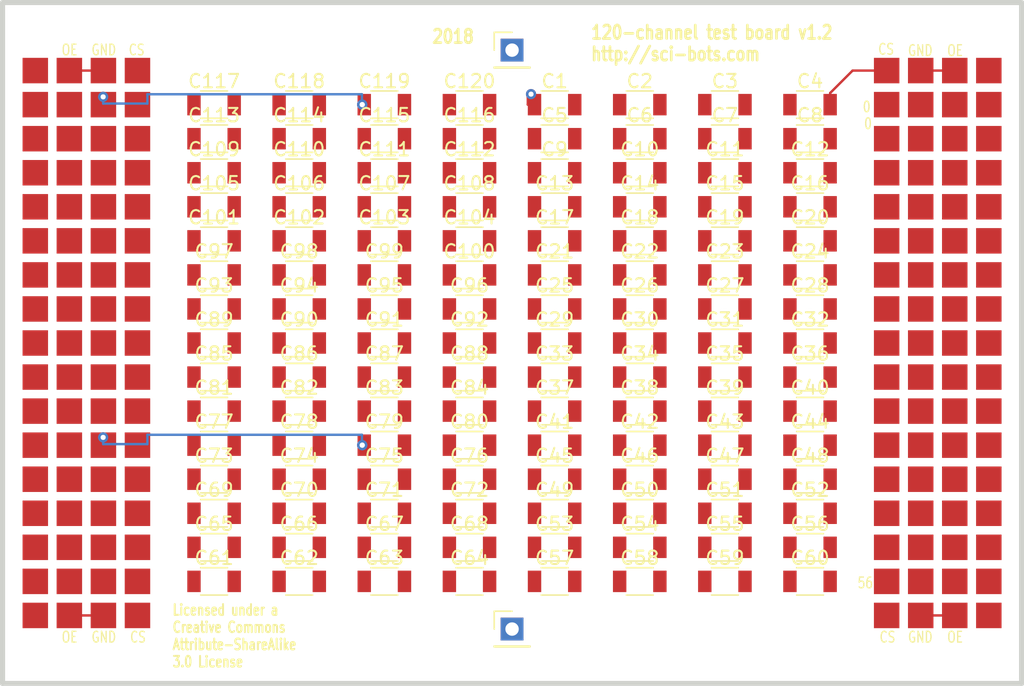
<source format=kicad_pcb>
(kicad_pcb (version 20171130) (host pcbnew "(5.1.5)-2")
  (title_block (title "120-channel test board") (date 2018-03-15) (rev v1.2) (company "Sci-Bots Inc."))
  (layers (0 Front signal) (31 Back signal) (34 B.Paste user) (35 F.Paste user) (36 B.SilkS user) (37 F.SilkS user) (38 B.Mask user) (39 F.Mask user) (44 Edge.Cuts user))
  (net 0 "")
  (net 1 "Net-(C1-Pad1)")
  (net 2 "Net-(C2-Pad1)")
  (net 3 "Net-(C3-Pad1)")
  (net 4 "Net-(C4-Pad1)")
  (net 5 "Net-(C5-Pad1)")
  (net 6 "Net-(C6-Pad1)")
  (net 7 "Net-(C7-Pad1)")
  (net 8 "Net-(C8-Pad1)")
  (net 9 "Net-(C9-Pad1)")
  (net 10 "Net-(C10-Pad1)")
  (net 11 "Net-(C11-Pad1)")
  (net 12 "Net-(C12-Pad1)")
  (net 13 "Net-(C13-Pad1)")
  (net 14 "Net-(C14-Pad1)")
  (net 15 "Net-(C15-Pad1)")
  (net 16 "Net-(C16-Pad1)")
  (net 17 "Net-(C17-Pad1)")
  (net 18 "Net-(C18-Pad1)")
  (net 19 "Net-(C19-Pad1)")
  (net 20 "Net-(C20-Pad1)")
  (net 21 "Net-(C21-Pad1)")
  (net 22 "Net-(C22-Pad1)")
  (net 23 "Net-(C23-Pad1)")
  (net 24 "Net-(C24-Pad1)")
  (net 25 "Net-(C25-Pad1)")
  (net 26 "Net-(C26-Pad1)")
  (net 27 "Net-(C27-Pad1)")
  (net 28 "Net-(C28-Pad1)")
  (net 29 "Net-(C29-Pad1)")
  (net 30 "Net-(C30-Pad1)")
  (net 31 "Net-(C31-Pad1)")
  (net 32 "Net-(C32-Pad1)")
  (net 33 "Net-(C33-Pad1)")
  (net 34 "Net-(C34-Pad1)")
  (net 35 "Net-(C35-Pad1)")
  (net 36 "Net-(C36-Pad1)")
  (net 37 "Net-(C37-Pad1)")
  (net 38 "Net-(C38-Pad1)")
  (net 39 "Net-(C39-Pad1)")
  (net 40 "Net-(C40-Pad1)")
  (net 41 "Net-(C41-Pad1)")
  (net 42 "Net-(C42-Pad1)")
  (net 43 "Net-(C43-Pad1)")
  (net 44 "Net-(C44-Pad1)")
  (net 45 "Net-(C45-Pad1)")
  (net 46 "Net-(C46-Pad1)")
  (net 47 "Net-(C47-Pad1)")
  (net 48 "Net-(C48-Pad1)")
  (net 49 "Net-(C49-Pad1)")
  (net 50 "Net-(C50-Pad1)")
  (net 51 "Net-(C51-Pad1)")
  (net 52 "Net-(C52-Pad1)")
  (net 53 "Net-(C53-Pad1)")
  (net 54 "Net-(C54-Pad1)")
  (net 55 "Net-(C55-Pad1)")
  (net 56 "Net-(C56-Pad1)")
  (net 57 "Net-(C57-Pad1)")
  (net 58 "Net-(C58-Pad1)")
  (net 59 "Net-(C59-Pad1)")
  (net 60 "Net-(C60-Pad1)")
  (net 61 "Net-(C61-Pad1)")
  (net 62 "Net-(C62-Pad1)")
  (net 63 "Net-(C63-Pad1)")
  (net 64 "Net-(C64-Pad1)")
  (net 65 "Net-(C65-Pad1)")
  (net 66 "Net-(C66-Pad1)")
  (net 67 "Net-(C67-Pad1)")
  (net 68 "Net-(C68-Pad1)")
  (net 69 "Net-(C69-Pad1)")
  (net 70 "Net-(C70-Pad1)")
  (net 71 "Net-(C71-Pad1)")
  (net 72 "Net-(C72-Pad1)")
  (net 73 "Net-(C73-Pad1)")
  (net 74 "Net-(C74-Pad1)")
  (net 75 "Net-(C75-Pad1)")
  (net 76 "Net-(C76-Pad1)")
  (net 77 "Net-(C77-Pad1)")
  (net 78 "Net-(C78-Pad1)")
  (net 79 "Net-(C79-Pad1)")
  (net 80 "Net-(C80-Pad1)")
  (net 81 "Net-(C81-Pad1)")
  (net 82 "Net-(C82-Pad1)")
  (net 83 "Net-(C83-Pad1)")
  (net 84 "Net-(C84-Pad1)")
  (net 85 "Net-(C85-Pad1)")
  (net 86 "Net-(C86-Pad1)")
  (net 87 "Net-(C87-Pad1)")
  (net 88 "Net-(C88-Pad1)")
  (net 89 "Net-(C89-Pad1)")
  (net 90 "Net-(C90-Pad1)")
  (net 91 "Net-(C91-Pad1)")
  (net 92 "Net-(C92-Pad1)")
  (net 93 "Net-(C93-Pad1)")
  (net 94 "Net-(C94-Pad1)")
  (net 95 "Net-(C95-Pad1)")
  (net 96 "Net-(C96-Pad1)")
  (net 97 "Net-(C97-Pad1)")
  (net 98 "Net-(C98-Pad1)")
  (net 99 "Net-(C99-Pad1)")
  (net 100 "Net-(C100-Pad1)")
  (net 101 "Net-(C101-Pad1)")
  (net 102 "Net-(C102-Pad1)")
  (net 103 "Net-(C103-Pad1)")
  (net 104 "Net-(C104-Pad1)")
  (net 105 "Net-(C105-Pad1)")
  (net 106 "Net-(C106-Pad1)")
  (net 107 "Net-(C107-Pad1)")
  (net 108 "Net-(C108-Pad1)")
  (net 109 "Net-(C109-Pad1)")
  (net 110 "Net-(C110-Pad1)")
  (net 111 "Net-(C111-Pad1)")
  (net 112 "Net-(C112-Pad1)")
  (net 113 "Net-(C113-Pad1)")
  (net 114 "Net-(C114-Pad1)")
  (net 115 "Net-(C115-Pad1)")
  (net 116 "Net-(C116-Pad1)")
  (net 117 "Net-(C117-Pad1)")
  (net 118 "Net-(C118-Pad1)")
  (net 119 "Net-(C119-Pad1)")
  (net 120 "Net-(C120-Pad1)")
  (net 121 CUR_SENSE)
  (net 122 "Net-(P126-Pad1)")
  (net 123 "Net-(P128-Pad1)")
  (net 124 "Net-(P130-Pad1)")
  (net 125 "Net-(P132-Pad1)")
  (net 126 "Net-(P134-Pad1)")
  (net 127 "Net-(P135-Pad1)")
  (net 128 "Net-(P136-Pad1)")
  (net 129 "Net-(P137-Pad1)")
  (module Capacitors_SMD:C_1206 (layer Front) (at 79.375 43.18)
    (fp_text reference C1 (at 0 -1.75) (layer F.SilkS))
    (fp_text value C)
    (pad 1 smd rect (at -1.5 0) (size 1 1.6) (layers Front F.Paste F.Mask))
    (pad 2 smd rect (at 1.5 0) (size 1 1.6) (layers Front F.Paste F.Mask))
  )
  (module Capacitors_SMD:C_1206 (layer Front) (at 85.725 43.18)
    (fp_text reference C2 (at 0 -1.75) (layer F.SilkS))
    (fp_text value C)
    (pad 1 smd rect (at -1.5 0) (size 1 1.6) (layers Front F.Paste F.Mask))
    (pad 2 smd rect (at 1.5 0) (size 1 1.6) (layers Front F.Paste F.Mask))
  )
  (module Capacitors_SMD:C_1206 (layer Front) (at 92.075 43.18)
    (fp_text reference C3 (at 0 -1.75) (layer F.SilkS))
    (fp_text value C)
    (pad 1 smd rect (at -1.5 0) (size 1 1.6) (layers Front F.Paste F.Mask))
    (pad 2 smd rect (at 1.5 0) (size 1 1.6) (layers Front F.Paste F.Mask))
  )
  (module Capacitors_SMD:C_1206 (layer Front) (at 98.425 43.18)
    (fp_text reference C4 (at 0 -1.75) (layer F.SilkS))
    (fp_text value C)
    (pad 1 smd rect (at -1.5 0) (size 1 1.6) (layers Front F.Paste F.Mask))
    (pad 2 smd rect (at 1.5 0) (size 1 1.6) (layers Front F.Paste F.Mask) (net 121 CUR_SENSE))
  )
  (module Capacitors_SMD:C_1206 (layer Front) (at 79.375 45.72)
    (fp_text reference C5 (at 0 -1.75) (layer F.SilkS))
    (fp_text value C)
    (pad 1 smd rect (at -1.5 0) (size 1 1.6) (layers Front F.Paste F.Mask))
    (pad 2 smd rect (at 1.5 0) (size 1 1.6) (layers Front F.Paste F.Mask))
  )
  (module Capacitors_SMD:C_1206 (layer Front) (at 85.725 45.72)
    (fp_text reference C6 (at 0 -1.75) (layer F.SilkS))
    (fp_text value C)
    (pad 1 smd rect (at -1.5 0) (size 1 1.6) (layers Front F.Paste F.Mask))
    (pad 2 smd rect (at 1.5 0) (size 1 1.6) (layers Front F.Paste F.Mask))
  )
  (module Capacitors_SMD:C_1206 (layer Front) (at 92.075 45.72)
    (fp_text reference C7 (at 0 -1.75) (layer F.SilkS))
    (fp_text value C)
    (pad 1 smd rect (at -1.5 0) (size 1 1.6) (layers Front F.Paste F.Mask))
    (pad 2 smd rect (at 1.5 0) (size 1 1.6) (layers Front F.Paste F.Mask))
  )
  (module Capacitors_SMD:C_1206 (layer Front) (at 98.425 45.72)
    (fp_text reference C8 (at 0 -1.75) (layer F.SilkS))
    (fp_text value C)
    (pad 1 smd rect (at -1.5 0) (size 1 1.6) (layers Front F.Paste F.Mask))
    (pad 2 smd rect (at 1.5 0) (size 1 1.6) (layers Front F.Paste F.Mask))
  )
  (module Capacitors_SMD:C_1206 (layer Front) (at 79.375 48.26)
    (fp_text reference C9 (at 0 -1.75) (layer F.SilkS))
    (fp_text value C)
    (pad 1 smd rect (at -1.5 0) (size 1 1.6) (layers Front F.Paste F.Mask))
    (pad 2 smd rect (at 1.5 0) (size 1 1.6) (layers Front F.Paste F.Mask))
  )
  (module Capacitors_SMD:C_1206 (layer Front) (at 85.725 48.26)
    (fp_text reference C10 (at 0 -1.75) (layer F.SilkS))
    (fp_text value C)
    (pad 1 smd rect (at -1.5 0) (size 1 1.6) (layers Front F.Paste F.Mask))
    (pad 2 smd rect (at 1.5 0) (size 1 1.6) (layers Front F.Paste F.Mask))
  )
  (module Capacitors_SMD:C_1206 (layer Front) (at 92.075 48.26)
    (fp_text reference C11 (at 0 -1.75) (layer F.SilkS))
    (fp_text value C)
    (pad 1 smd rect (at -1.5 0) (size 1 1.6) (layers Front F.Paste F.Mask))
    (pad 2 smd rect (at 1.5 0) (size 1 1.6) (layers Front F.Paste F.Mask))
  )
  (module Capacitors_SMD:C_1206 (layer Front) (at 98.425 48.26)
    (fp_text reference C12 (at 0 -1.75) (layer F.SilkS))
    (fp_text value C)
    (pad 1 smd rect (at -1.5 0) (size 1 1.6) (layers Front F.Paste F.Mask))
    (pad 2 smd rect (at 1.5 0) (size 1 1.6) (layers Front F.Paste F.Mask))
  )
  (module Capacitors_SMD:C_1206 (layer Front) (at 79.375 50.8)
    (fp_text reference C13 (at 0 -1.75) (layer F.SilkS))
    (fp_text value C)
    (pad 1 smd rect (at -1.5 0) (size 1 1.6) (layers Front F.Paste F.Mask))
    (pad 2 smd rect (at 1.5 0) (size 1 1.6) (layers Front F.Paste F.Mask))
  )
  (module Capacitors_SMD:C_1206 (layer Front) (at 85.725 50.8)
    (fp_text reference C14 (at 0 -1.75) (layer F.SilkS))
    (fp_text value C)
    (pad 1 smd rect (at -1.5 0) (size 1 1.6) (layers Front F.Paste F.Mask))
    (pad 2 smd rect (at 1.5 0) (size 1 1.6) (layers Front F.Paste F.Mask))
  )
  (module Capacitors_SMD:C_1206 (layer Front) (at 92.075 50.8)
    (fp_text reference C15 (at 0 -1.75) (layer F.SilkS))
    (fp_text value C)
    (pad 1 smd rect (at -1.5 0) (size 1 1.6) (layers Front F.Paste F.Mask))
    (pad 2 smd rect (at 1.5 0) (size 1 1.6) (layers Front F.Paste F.Mask))
  )
  (module Capacitors_SMD:C_1206 (layer Front) (at 98.425 50.8)
    (fp_text reference C16 (at 0 -1.75) (layer F.SilkS))
    (fp_text value C)
    (pad 1 smd rect (at -1.5 0) (size 1 1.6) (layers Front F.Paste F.Mask))
    (pad 2 smd rect (at 1.5 0) (size 1 1.6) (layers Front F.Paste F.Mask))
  )
  (module Capacitors_SMD:C_1206 (layer Front) (at 79.375 53.34)
    (fp_text reference C17 (at 0 -1.75) (layer F.SilkS))
    (fp_text value C)
    (pad 1 smd rect (at -1.5 0) (size 1 1.6) (layers Front F.Paste F.Mask))
    (pad 2 smd rect (at 1.5 0) (size 1 1.6) (layers Front F.Paste F.Mask))
  )
  (module Capacitors_SMD:C_1206 (layer Front) (at 85.725 53.34)
    (fp_text reference C18 (at 0 -1.75) (layer F.SilkS))
    (fp_text value C)
    (pad 1 smd rect (at -1.5 0) (size 1 1.6) (layers Front F.Paste F.Mask))
    (pad 2 smd rect (at 1.5 0) (size 1 1.6) (layers Front F.Paste F.Mask))
  )
  (module Capacitors_SMD:C_1206 (layer Front) (at 92.075 53.34)
    (fp_text reference C19 (at 0 -1.75) (layer F.SilkS))
    (fp_text value C)
    (pad 1 smd rect (at -1.5 0) (size 1 1.6) (layers Front F.Paste F.Mask))
    (pad 2 smd rect (at 1.5 0) (size 1 1.6) (layers Front F.Paste F.Mask))
  )
  (module Capacitors_SMD:C_1206 (layer Front) (at 98.425 53.34)
    (fp_text reference C20 (at 0 -1.75) (layer F.SilkS))
    (fp_text value C)
    (pad 1 smd rect (at -1.5 0) (size 1 1.6) (layers Front F.Paste F.Mask))
    (pad 2 smd rect (at 1.5 0) (size 1 1.6) (layers Front F.Paste F.Mask))
  )
  (module Capacitors_SMD:C_1206 (layer Front) (at 79.375 55.88)
    (fp_text reference C21 (at 0 -1.75) (layer F.SilkS))
    (fp_text value C)
    (pad 1 smd rect (at -1.5 0) (size 1 1.6) (layers Front F.Paste F.Mask))
    (pad 2 smd rect (at 1.5 0) (size 1 1.6) (layers Front F.Paste F.Mask))
  )
  (module Capacitors_SMD:C_1206 (layer Front) (at 85.725 55.88)
    (fp_text reference C22 (at 0 -1.75) (layer F.SilkS))
    (fp_text value C)
    (pad 1 smd rect (at -1.5 0) (size 1 1.6) (layers Front F.Paste F.Mask))
    (pad 2 smd rect (at 1.5 0) (size 1 1.6) (layers Front F.Paste F.Mask))
  )
  (module Capacitors_SMD:C_1206 (layer Front) (at 92.075 55.88)
    (fp_text reference C23 (at 0 -1.75) (layer F.SilkS))
    (fp_text value C)
    (pad 1 smd rect (at -1.5 0) (size 1 1.6) (layers Front F.Paste F.Mask))
    (pad 2 smd rect (at 1.5 0) (size 1 1.6) (layers Front F.Paste F.Mask))
  )
  (module Capacitors_SMD:C_1206 (layer Front) (at 98.425 55.88)
    (fp_text reference C24 (at 0 -1.75) (layer F.SilkS))
    (fp_text value C)
    (pad 1 smd rect (at -1.5 0) (size 1 1.6) (layers Front F.Paste F.Mask))
    (pad 2 smd rect (at 1.5 0) (size 1 1.6) (layers Front F.Paste F.Mask))
  )
  (module Capacitors_SMD:C_1206 (layer Front) (at 79.375 58.42)
    (fp_text reference C25 (at 0 -1.75) (layer F.SilkS))
    (fp_text value C)
    (pad 1 smd rect (at -1.5 0) (size 1 1.6) (layers Front F.Paste F.Mask))
    (pad 2 smd rect (at 1.5 0) (size 1 1.6) (layers Front F.Paste F.Mask))
  )
  (module Capacitors_SMD:C_1206 (layer Front) (at 85.725 58.42)
    (fp_text reference C26 (at 0 -1.75) (layer F.SilkS))
    (fp_text value C)
    (pad 1 smd rect (at -1.5 0) (size 1 1.6) (layers Front F.Paste F.Mask))
    (pad 2 smd rect (at 1.5 0) (size 1 1.6) (layers Front F.Paste F.Mask))
  )
  (module Capacitors_SMD:C_1206 (layer Front) (at 92.075 58.42)
    (fp_text reference C27 (at 0 -1.75) (layer F.SilkS))
    (fp_text value C)
    (pad 1 smd rect (at -1.5 0) (size 1 1.6) (layers Front F.Paste F.Mask))
    (pad 2 smd rect (at 1.5 0) (size 1 1.6) (layers Front F.Paste F.Mask))
  )
  (module Capacitors_SMD:C_1206 (layer Front) (at 98.425 58.42)
    (fp_text reference C28 (at 0 -1.75) (layer F.SilkS))
    (fp_text value C)
    (pad 1 smd rect (at -1.5 0) (size 1 1.6) (layers Front F.Paste F.Mask))
    (pad 2 smd rect (at 1.5 0) (size 1 1.6) (layers Front F.Paste F.Mask))
  )
  (module Capacitors_SMD:C_1206 (layer Front) (at 79.375 60.96)
    (fp_text reference C29 (at 0 -1.75) (layer F.SilkS))
    (fp_text value C)
    (pad 1 smd rect (at -1.5 0) (size 1 1.6) (layers Front F.Paste F.Mask))
    (pad 2 smd rect (at 1.5 0) (size 1 1.6) (layers Front F.Paste F.Mask))
  )
  (module Capacitors_SMD:C_1206 (layer Front) (at 85.725 60.96)
    (fp_text reference C30 (at 0 -1.75) (layer F.SilkS))
    (fp_text value C)
    (pad 1 smd rect (at -1.5 0) (size 1 1.6) (layers Front F.Paste F.Mask))
    (pad 2 smd rect (at 1.5 0) (size 1 1.6) (layers Front F.Paste F.Mask))
  )
  (module Capacitors_SMD:C_1206 (layer Front) (at 92.075 60.96)
    (fp_text reference C31 (at 0 -1.75) (layer F.SilkS))
    (fp_text value C)
    (pad 1 smd rect (at -1.5 0) (size 1 1.6) (layers Front F.Paste F.Mask))
    (pad 2 smd rect (at 1.5 0) (size 1 1.6) (layers Front F.Paste F.Mask))
  )
  (module Capacitors_SMD:C_1206 (layer Front) (at 98.425 60.96)
    (fp_text reference C32 (at 0 -1.75) (layer F.SilkS))
    (fp_text value C)
    (pad 1 smd rect (at -1.5 0) (size 1 1.6) (layers Front F.Paste F.Mask))
    (pad 2 smd rect (at 1.5 0) (size 1 1.6) (layers Front F.Paste F.Mask))
  )
  (module Capacitors_SMD:C_1206 (layer Front) (at 79.375 63.5)
    (fp_text reference C33 (at 0 -1.75) (layer F.SilkS))
    (fp_text value C)
    (pad 1 smd rect (at -1.5 0) (size 1 1.6) (layers Front F.Paste F.Mask))
    (pad 2 smd rect (at 1.5 0) (size 1 1.6) (layers Front F.Paste F.Mask))
  )
  (module Capacitors_SMD:C_1206 (layer Front) (at 85.725 63.5)
    (fp_text reference C34 (at 0 -1.75) (layer F.SilkS))
    (fp_text value C)
    (pad 1 smd rect (at -1.5 0) (size 1 1.6) (layers Front F.Paste F.Mask))
    (pad 2 smd rect (at 1.5 0) (size 1 1.6) (layers Front F.Paste F.Mask))
  )
  (module Capacitors_SMD:C_1206 (layer Front) (at 92.075 63.5)
    (fp_text reference C35 (at 0 -1.75) (layer F.SilkS))
    (fp_text value C)
    (pad 1 smd rect (at -1.5 0) (size 1 1.6) (layers Front F.Paste F.Mask))
    (pad 2 smd rect (at 1.5 0) (size 1 1.6) (layers Front F.Paste F.Mask))
  )
  (module Capacitors_SMD:C_1206 (layer Front) (at 98.425 63.5)
    (fp_text reference C36 (at 0 -1.75) (layer F.SilkS))
    (fp_text value C)
    (pad 1 smd rect (at -1.5 0) (size 1 1.6) (layers Front F.Paste F.Mask))
    (pad 2 smd rect (at 1.5 0) (size 1 1.6) (layers Front F.Paste F.Mask))
  )
  (module Capacitors_SMD:C_1206 (layer Front) (at 79.375 66.04)
    (fp_text reference C37 (at 0 -1.75) (layer F.SilkS))
    (fp_text value C)
    (pad 1 smd rect (at -1.5 0) (size 1 1.6) (layers Front F.Paste F.Mask))
    (pad 2 smd rect (at 1.5 0) (size 1 1.6) (layers Front F.Paste F.Mask))
  )
  (module Capacitors_SMD:C_1206 (layer Front) (at 85.725 66.04)
    (fp_text reference C38 (at 0 -1.75) (layer F.SilkS))
    (fp_text value C)
    (pad 1 smd rect (at -1.5 0) (size 1 1.6) (layers Front F.Paste F.Mask))
    (pad 2 smd rect (at 1.5 0) (size 1 1.6) (layers Front F.Paste F.Mask))
  )
  (module Capacitors_SMD:C_1206 (layer Front) (at 92.075 66.04)
    (fp_text reference C39 (at 0 -1.75) (layer F.SilkS))
    (fp_text value C)
    (pad 1 smd rect (at -1.5 0) (size 1 1.6) (layers Front F.Paste F.Mask))
    (pad 2 smd rect (at 1.5 0) (size 1 1.6) (layers Front F.Paste F.Mask))
  )
  (module Capacitors_SMD:C_1206 (layer Front) (at 98.425 66.04)
    (fp_text reference C40 (at 0 -1.75) (layer F.SilkS))
    (fp_text value C)
    (pad 1 smd rect (at -1.5 0) (size 1 1.6) (layers Front F.Paste F.Mask))
    (pad 2 smd rect (at 1.5 0) (size 1 1.6) (layers Front F.Paste F.Mask))
  )
  (module Capacitors_SMD:C_1206 (layer Front) (at 79.375 68.58)
    (fp_text reference C41 (at 0 -1.75) (layer F.SilkS))
    (fp_text value C)
    (pad 1 smd rect (at -1.5 0) (size 1 1.6) (layers Front F.Paste F.Mask))
    (pad 2 smd rect (at 1.5 0) (size 1 1.6) (layers Front F.Paste F.Mask))
  )
  (module Capacitors_SMD:C_1206 (layer Front) (at 85.725 68.58)
    (fp_text reference C42 (at 0 -1.75) (layer F.SilkS))
    (fp_text value C)
    (pad 1 smd rect (at -1.5 0) (size 1 1.6) (layers Front F.Paste F.Mask))
    (pad 2 smd rect (at 1.5 0) (size 1 1.6) (layers Front F.Paste F.Mask))
  )
  (module Capacitors_SMD:C_1206 (layer Front) (at 92.075 68.58)
    (fp_text reference C43 (at 0 -1.75) (layer F.SilkS))
    (fp_text value C)
    (pad 1 smd rect (at -1.5 0) (size 1 1.6) (layers Front F.Paste F.Mask))
    (pad 2 smd rect (at 1.5 0) (size 1 1.6) (layers Front F.Paste F.Mask))
  )
  (module Capacitors_SMD:C_1206 (layer Front) (at 98.425 68.58)
    (fp_text reference C44 (at 0 -1.75) (layer F.SilkS))
    (fp_text value C)
    (pad 1 smd rect (at -1.5 0) (size 1 1.6) (layers Front F.Paste F.Mask))
    (pad 2 smd rect (at 1.5 0) (size 1 1.6) (layers Front F.Paste F.Mask))
  )
  (module Capacitors_SMD:C_1206 (layer Front) (at 79.375 71.12)
    (fp_text reference C45 (at 0 -1.75) (layer F.SilkS))
    (fp_text value C)
    (pad 1 smd rect (at -1.5 0) (size 1 1.6) (layers Front F.Paste F.Mask))
    (pad 2 smd rect (at 1.5 0) (size 1 1.6) (layers Front F.Paste F.Mask))
  )
  (module Capacitors_SMD:C_1206 (layer Front) (at 85.725 71.12)
    (fp_text reference C46 (at 0 -1.75) (layer F.SilkS))
    (fp_text value C)
    (pad 1 smd rect (at -1.5 0) (size 1 1.6) (layers Front F.Paste F.Mask))
    (pad 2 smd rect (at 1.5 0) (size 1 1.6) (layers Front F.Paste F.Mask))
  )
  (module Capacitors_SMD:C_1206 (layer Front) (at 92.075 71.12)
    (fp_text reference C47 (at 0 -1.75) (layer F.SilkS))
    (fp_text value C)
    (pad 1 smd rect (at -1.5 0) (size 1 1.6) (layers Front F.Paste F.Mask))
    (pad 2 smd rect (at 1.5 0) (size 1 1.6) (layers Front F.Paste F.Mask))
  )
  (module Capacitors_SMD:C_1206 (layer Front) (at 98.425 71.12)
    (fp_text reference C48 (at 0 -1.75) (layer F.SilkS))
    (fp_text value C)
    (pad 1 smd rect (at -1.5 0) (size 1 1.6) (layers Front F.Paste F.Mask))
    (pad 2 smd rect (at 1.5 0) (size 1 1.6) (layers Front F.Paste F.Mask))
  )
  (module Capacitors_SMD:C_1206 (layer Front) (at 79.375 73.66)
    (fp_text reference C49 (at 0 -1.75) (layer F.SilkS))
    (fp_text value C)
    (pad 1 smd rect (at -1.5 0) (size 1 1.6) (layers Front F.Paste F.Mask))
    (pad 2 smd rect (at 1.5 0) (size 1 1.6) (layers Front F.Paste F.Mask))
  )
  (module Capacitors_SMD:C_1206 (layer Front) (at 85.725 73.66)
    (fp_text reference C50 (at 0 -1.75) (layer F.SilkS))
    (fp_text value C)
    (pad 1 smd rect (at -1.5 0) (size 1 1.6) (layers Front F.Paste F.Mask))
    (pad 2 smd rect (at 1.5 0) (size 1 1.6) (layers Front F.Paste F.Mask))
  )
  (module Capacitors_SMD:C_1206 (layer Front) (at 92.075 73.66)
    (fp_text reference C51 (at 0 -1.75) (layer F.SilkS))
    (fp_text value C)
    (pad 1 smd rect (at -1.5 0) (size 1 1.6) (layers Front F.Paste F.Mask))
    (pad 2 smd rect (at 1.5 0) (size 1 1.6) (layers Front F.Paste F.Mask))
  )
  (module Capacitors_SMD:C_1206 (layer Front) (at 98.425 73.66)
    (fp_text reference C52 (at 0 -1.75) (layer F.SilkS))
    (fp_text value C)
    (pad 1 smd rect (at -1.5 0) (size 1 1.6) (layers Front F.Paste F.Mask))
    (pad 2 smd rect (at 1.5 0) (size 1 1.6) (layers Front F.Paste F.Mask))
  )
  (module Capacitors_SMD:C_1206 (layer Front) (at 79.375 76.2)
    (fp_text reference C53 (at 0 -1.75) (layer F.SilkS))
    (fp_text value C)
    (pad 1 smd rect (at -1.5 0) (size 1 1.6) (layers Front F.Paste F.Mask))
    (pad 2 smd rect (at 1.5 0) (size 1 1.6) (layers Front F.Paste F.Mask))
  )
  (module Capacitors_SMD:C_1206 (layer Front) (at 85.725 76.2)
    (fp_text reference C54 (at 0 -1.75) (layer F.SilkS))
    (fp_text value C)
    (pad 1 smd rect (at -1.5 0) (size 1 1.6) (layers Front F.Paste F.Mask))
    (pad 2 smd rect (at 1.5 0) (size 1 1.6) (layers Front F.Paste F.Mask))
  )
  (module Capacitors_SMD:C_1206 (layer Front) (at 92.075 76.2)
    (fp_text reference C55 (at 0 -1.75) (layer F.SilkS))
    (fp_text value C)
    (pad 1 smd rect (at -1.5 0) (size 1 1.6) (layers Front F.Paste F.Mask))
    (pad 2 smd rect (at 1.5 0) (size 1 1.6) (layers Front F.Paste F.Mask))
  )
  (module Capacitors_SMD:C_1206 (layer Front) (at 98.425 76.2)
    (fp_text reference C56 (at 0 -1.75) (layer F.SilkS))
    (fp_text value C)
    (pad 1 smd rect (at -1.5 0) (size 1 1.6) (layers Front F.Paste F.Mask))
    (pad 2 smd rect (at 1.5 0) (size 1 1.6) (layers Front F.Paste F.Mask))
  )
  (module Capacitors_SMD:C_1206 (layer Front) (at 79.375 78.74)
    (fp_text reference C57 (at 0 -1.75) (layer F.SilkS))
    (fp_text value C)
    (pad 1 smd rect (at -1.5 0) (size 1 1.6) (layers Front F.Paste F.Mask))
    (pad 2 smd rect (at 1.5 0) (size 1 1.6) (layers Front F.Paste F.Mask))
  )
  (module Capacitors_SMD:C_1206 (layer Front) (at 85.725 78.74)
    (fp_text reference C58 (at 0 -1.75) (layer F.SilkS))
    (fp_text value C)
    (pad 1 smd rect (at -1.5 0) (size 1 1.6) (layers Front F.Paste F.Mask))
    (pad 2 smd rect (at 1.5 0) (size 1 1.6) (layers Front F.Paste F.Mask))
  )
  (module Capacitors_SMD:C_1206 (layer Front) (at 92.075 78.74)
    (fp_text reference C59 (at 0 -1.75) (layer F.SilkS))
    (fp_text value C)
    (pad 1 smd rect (at -1.5 0) (size 1 1.6) (layers Front F.Paste F.Mask))
    (pad 2 smd rect (at 1.5 0) (size 1 1.6) (layers Front F.Paste F.Mask))
  )
  (module Capacitors_SMD:C_1206 (layer Front) (at 98.425 78.74)
    (fp_text reference C60 (at 0 -1.75) (layer F.SilkS))
    (fp_text value C)
    (pad 1 smd rect (at -1.5 0) (size 1 1.6) (layers Front F.Paste F.Mask))
    (pad 2 smd rect (at 1.5 0) (size 1 1.6) (layers Front F.Paste F.Mask))
  )
  (module Capacitors_SMD:C_1206 (layer Front) (at 53.975 78.74)
    (fp_text reference C61 (at 0 -1.75) (layer F.SilkS))
    (fp_text value C)
    (pad 1 smd rect (at -1.5 0) (size 1 1.6) (layers Front F.Paste F.Mask))
    (pad 2 smd rect (at 1.5 0) (size 1 1.6) (layers Front F.Paste F.Mask))
  )
  (module Capacitors_SMD:C_1206 (layer Front) (at 60.325 78.74)
    (fp_text reference C62 (at 0 -1.75) (layer F.SilkS))
    (fp_text value C)
    (pad 1 smd rect (at -1.5 0) (size 1 1.6) (layers Front F.Paste F.Mask))
    (pad 2 smd rect (at 1.5 0) (size 1 1.6) (layers Front F.Paste F.Mask))
  )
  (module Capacitors_SMD:C_1206 (layer Front) (at 66.675 78.74)
    (fp_text reference C63 (at 0 -1.75) (layer F.SilkS))
    (fp_text value C)
    (pad 1 smd rect (at -1.5 0) (size 1 1.6) (layers Front F.Paste F.Mask))
    (pad 2 smd rect (at 1.5 0) (size 1 1.6) (layers Front F.Paste F.Mask))
  )
  (module Capacitors_SMD:C_1206 (layer Front) (at 73.025 78.74)
    (fp_text reference C64 (at 0 -1.75) (layer F.SilkS))
    (fp_text value C)
    (pad 1 smd rect (at -1.5 0) (size 1 1.6) (layers Front F.Paste F.Mask))
    (pad 2 smd rect (at 1.5 0) (size 1 1.6) (layers Front F.Paste F.Mask))
  )
  (module Capacitors_SMD:C_1206 (layer Front) (at 53.975 76.2)
    (fp_text reference C65 (at 0 -1.75) (layer F.SilkS))
    (fp_text value C)
    (pad 1 smd rect (at -1.5 0) (size 1 1.6) (layers Front F.Paste F.Mask))
    (pad 2 smd rect (at 1.5 0) (size 1 1.6) (layers Front F.Paste F.Mask))
  )
  (module Capacitors_SMD:C_1206 (layer Front) (at 60.325 76.2)
    (fp_text reference C66 (at 0 -1.75) (layer F.SilkS))
    (fp_text value C)
    (pad 1 smd rect (at -1.5 0) (size 1 1.6) (layers Front F.Paste F.Mask))
    (pad 2 smd rect (at 1.5 0) (size 1 1.6) (layers Front F.Paste F.Mask))
  )
  (module Capacitors_SMD:C_1206 (layer Front) (at 66.675 76.2)
    (fp_text reference C67 (at 0 -1.75) (layer F.SilkS))
    (fp_text value C)
    (pad 1 smd rect (at -1.5 0) (size 1 1.6) (layers Front F.Paste F.Mask))
    (pad 2 smd rect (at 1.5 0) (size 1 1.6) (layers Front F.Paste F.Mask))
  )
  (module Capacitors_SMD:C_1206 (layer Front) (at 73.025 76.2)
    (fp_text reference C68 (at 0 -1.75) (layer F.SilkS))
    (fp_text value C)
    (pad 1 smd rect (at -1.5 0) (size 1 1.6) (layers Front F.Paste F.Mask))
    (pad 2 smd rect (at 1.5 0) (size 1 1.6) (layers Front F.Paste F.Mask))
  )
  (module Capacitors_SMD:C_1206 (layer Front) (at 53.975 73.66)
    (fp_text reference C69 (at 0 -1.75) (layer F.SilkS))
    (fp_text value C)
    (pad 1 smd rect (at -1.5 0) (size 1 1.6) (layers Front F.Paste F.Mask))
    (pad 2 smd rect (at 1.5 0) (size 1 1.6) (layers Front F.Paste F.Mask))
  )
  (module Capacitors_SMD:C_1206 (layer Front) (at 60.325 73.66)
    (fp_text reference C70 (at 0 -1.75) (layer F.SilkS))
    (fp_text value C)
    (pad 1 smd rect (at -1.5 0) (size 1 1.6) (layers Front F.Paste F.Mask))
    (pad 2 smd rect (at 1.5 0) (size 1 1.6) (layers Front F.Paste F.Mask))
  )
  (module Capacitors_SMD:C_1206 (layer Front) (at 66.675 73.66)
    (fp_text reference C71 (at 0 -1.75) (layer F.SilkS))
    (fp_text value C)
    (pad 1 smd rect (at -1.5 0) (size 1 1.6) (layers Front F.Paste F.Mask))
    (pad 2 smd rect (at 1.5 0) (size 1 1.6) (layers Front F.Paste F.Mask))
  )
  (module Capacitors_SMD:C_1206 (layer Front) (at 73.025 73.66)
    (fp_text reference C72 (at 0 -1.75) (layer F.SilkS))
    (fp_text value C)
    (pad 1 smd rect (at -1.5 0) (size 1 1.6) (layers Front F.Paste F.Mask))
    (pad 2 smd rect (at 1.5 0) (size 1 1.6) (layers Front F.Paste F.Mask))
  )
  (module Capacitors_SMD:C_1206 (layer Front) (at 53.975 71.12)
    (fp_text reference C73 (at 0 -1.75) (layer F.SilkS))
    (fp_text value C)
    (pad 1 smd rect (at -1.5 0) (size 1 1.6) (layers Front F.Paste F.Mask))
    (pad 2 smd rect (at 1.5 0) (size 1 1.6) (layers Front F.Paste F.Mask))
  )
  (module Capacitors_SMD:C_1206 (layer Front) (at 60.325 71.12)
    (fp_text reference C74 (at 0 -1.75) (layer F.SilkS))
    (fp_text value C)
    (pad 1 smd rect (at -1.5 0) (size 1 1.6) (layers Front F.Paste F.Mask))
    (pad 2 smd rect (at 1.5 0) (size 1 1.6) (layers Front F.Paste F.Mask))
  )
  (module Capacitors_SMD:C_1206 (layer Front) (at 66.675 71.12)
    (fp_text reference C75 (at 0 -1.75) (layer F.SilkS))
    (fp_text value C)
    (pad 1 smd rect (at -1.5 0) (size 1 1.6) (layers Front F.Paste F.Mask))
    (pad 2 smd rect (at 1.5 0) (size 1 1.6) (layers Front F.Paste F.Mask))
  )
  (module Capacitors_SMD:C_1206 (layer Front) (at 73.025 71.12)
    (fp_text reference C76 (at 0 -1.75) (layer F.SilkS))
    (fp_text value C)
    (pad 1 smd rect (at -1.5 0) (size 1 1.6) (layers Front F.Paste F.Mask))
    (pad 2 smd rect (at 1.5 0) (size 1 1.6) (layers Front F.Paste F.Mask))
  )
  (module Capacitors_SMD:C_1206 (layer Front) (at 53.975 68.58)
    (fp_text reference C77 (at 0 -1.75) (layer F.SilkS))
    (fp_text value C)
    (pad 1 smd rect (at -1.5 0) (size 1 1.6) (layers Front F.Paste F.Mask))
    (pad 2 smd rect (at 1.5 0) (size 1 1.6) (layers Front F.Paste F.Mask))
  )
  (module Capacitors_SMD:C_1206 (layer Front) (at 60.325 68.58)
    (fp_text reference C78 (at 0 -1.75) (layer F.SilkS))
    (fp_text value C)
    (pad 1 smd rect (at -1.5 0) (size 1 1.6) (layers Front F.Paste F.Mask))
    (pad 2 smd rect (at 1.5 0) (size 1 1.6) (layers Front F.Paste F.Mask))
  )
  (module Capacitors_SMD:C_1206 (layer Front) (at 66.675 68.58)
    (fp_text reference C79 (at 0 -1.75) (layer F.SilkS))
    (fp_text value C)
    (pad 1 smd rect (at -1.5 0) (size 1 1.6) (layers Front F.Paste F.Mask))
    (pad 2 smd rect (at 1.5 0) (size 1 1.6) (layers Front F.Paste F.Mask))
  )
  (module Capacitors_SMD:C_1206 (layer Front) (at 73.025 68.58)
    (fp_text reference C80 (at 0 -1.75) (layer F.SilkS))
    (fp_text value C)
    (pad 1 smd rect (at -1.5 0) (size 1 1.6) (layers Front F.Paste F.Mask))
    (pad 2 smd rect (at 1.5 0) (size 1 1.6) (layers Front F.Paste F.Mask))
  )
  (module Capacitors_SMD:C_1206 (layer Front) (at 53.975 66.04)
    (fp_text reference C81 (at 0 -1.75) (layer F.SilkS))
    (fp_text value C)
    (pad 1 smd rect (at -1.5 0) (size 1 1.6) (layers Front F.Paste F.Mask))
    (pad 2 smd rect (at 1.5 0) (size 1 1.6) (layers Front F.Paste F.Mask))
  )
  (module Capacitors_SMD:C_1206 (layer Front) (at 60.325 66.04)
    (fp_text reference C82 (at 0 -1.75) (layer F.SilkS))
    (fp_text value C)
    (pad 1 smd rect (at -1.5 0) (size 1 1.6) (layers Front F.Paste F.Mask))
    (pad 2 smd rect (at 1.5 0) (size 1 1.6) (layers Front F.Paste F.Mask))
  )
  (module Capacitors_SMD:C_1206 (layer Front) (at 66.675 66.04)
    (fp_text reference C83 (at 0 -1.75) (layer F.SilkS))
    (fp_text value C)
    (pad 1 smd rect (at -1.5 0) (size 1 1.6) (layers Front F.Paste F.Mask))
    (pad 2 smd rect (at 1.5 0) (size 1 1.6) (layers Front F.Paste F.Mask))
  )
  (module Capacitors_SMD:C_1206 (layer Front) (at 73.025 66.04)
    (fp_text reference C84 (at 0 -1.75) (layer F.SilkS))
    (fp_text value C)
    (pad 1 smd rect (at -1.5 0) (size 1 1.6) (layers Front F.Paste F.Mask))
    (pad 2 smd rect (at 1.5 0) (size 1 1.6) (layers Front F.Paste F.Mask))
  )
  (module Capacitors_SMD:C_1206 (layer Front) (at 53.975 63.5)
    (fp_text reference C85 (at 0 -1.75) (layer F.SilkS))
    (fp_text value C)
    (pad 1 smd rect (at -1.5 0) (size 1 1.6) (layers Front F.Paste F.Mask))
    (pad 2 smd rect (at 1.5 0) (size 1 1.6) (layers Front F.Paste F.Mask))
  )
  (module Capacitors_SMD:C_1206 (layer Front) (at 60.325 63.5)
    (fp_text reference C86 (at 0 -1.75) (layer F.SilkS))
    (fp_text value C)
    (pad 1 smd rect (at -1.5 0) (size 1 1.6) (layers Front F.Paste F.Mask))
    (pad 2 smd rect (at 1.5 0) (size 1 1.6) (layers Front F.Paste F.Mask))
  )
  (module Capacitors_SMD:C_1206 (layer Front) (at 66.675 63.5)
    (fp_text reference C87 (at 0 -1.75) (layer F.SilkS))
    (fp_text value C)
    (pad 1 smd rect (at -1.5 0) (size 1 1.6) (layers Front F.Paste F.Mask))
    (pad 2 smd rect (at 1.5 0) (size 1 1.6) (layers Front F.Paste F.Mask))
  )
  (module Capacitors_SMD:C_1206 (layer Front) (at 73.025 63.5)
    (fp_text reference C88 (at 0 -1.75) (layer F.SilkS))
    (fp_text value C)
    (pad 1 smd rect (at -1.5 0) (size 1 1.6) (layers Front F.Paste F.Mask))
    (pad 2 smd rect (at 1.5 0) (size 1 1.6) (layers Front F.Paste F.Mask))
  )
  (module Capacitors_SMD:C_1206 (layer Front) (at 53.975 60.96)
    (fp_text reference C89 (at 0 -1.75) (layer F.SilkS))
    (fp_text value C)
    (pad 1 smd rect (at -1.5 0) (size 1 1.6) (layers Front F.Paste F.Mask))
    (pad 2 smd rect (at 1.5 0) (size 1 1.6) (layers Front F.Paste F.Mask))
  )
  (module Capacitors_SMD:C_1206 (layer Front) (at 60.325 60.96)
    (fp_text reference C90 (at 0 -1.75) (layer F.SilkS))
    (fp_text value C)
    (pad 1 smd rect (at -1.5 0) (size 1 1.6) (layers Front F.Paste F.Mask))
    (pad 2 smd rect (at 1.5 0) (size 1 1.6) (layers Front F.Paste F.Mask))
  )
  (module Capacitors_SMD:C_1206 (layer Front) (at 66.675 60.96)
    (fp_text reference C91 (at 0 -1.75) (layer F.SilkS))
    (fp_text value C)
    (pad 1 smd rect (at -1.5 0) (size 1 1.6) (layers Front F.Paste F.Mask))
    (pad 2 smd rect (at 1.5 0) (size 1 1.6) (layers Front F.Paste F.Mask))
  )
  (module Capacitors_SMD:C_1206 (layer Front) (at 73.025 60.96)
    (fp_text reference C92 (at 0 -1.75) (layer F.SilkS))
    (fp_text value C)
    (pad 1 smd rect (at -1.5 0) (size 1 1.6) (layers Front F.Paste F.Mask))
    (pad 2 smd rect (at 1.5 0) (size 1 1.6) (layers Front F.Paste F.Mask))
  )
  (module Capacitors_SMD:C_1206 (layer Front) (at 53.975 58.42)
    (fp_text reference C93 (at 0 -1.75) (layer F.SilkS))
    (fp_text value C)
    (pad 1 smd rect (at -1.5 0) (size 1 1.6) (layers Front F.Paste F.Mask))
    (pad 2 smd rect (at 1.5 0) (size 1 1.6) (layers Front F.Paste F.Mask))
  )
  (module Capacitors_SMD:C_1206 (layer Front) (at 60.325 58.42)
    (fp_text reference C94 (at 0 -1.75) (layer F.SilkS))
    (fp_text value C)
    (pad 1 smd rect (at -1.5 0) (size 1 1.6) (layers Front F.Paste F.Mask))
    (pad 2 smd rect (at 1.5 0) (size 1 1.6) (layers Front F.Paste F.Mask))
  )
  (module Capacitors_SMD:C_1206 (layer Front) (at 66.675 58.42)
    (fp_text reference C95 (at 0 -1.75) (layer F.SilkS))
    (fp_text value C)
    (pad 1 smd rect (at -1.5 0) (size 1 1.6) (layers Front F.Paste F.Mask))
    (pad 2 smd rect (at 1.5 0) (size 1 1.6) (layers Front F.Paste F.Mask))
  )
  (module Capacitors_SMD:C_1206 (layer Front) (at 73.025 58.42)
    (fp_text reference C96 (at 0 -1.75) (layer F.SilkS))
    (fp_text value C)
    (pad 1 smd rect (at -1.5 0) (size 1 1.6) (layers Front F.Paste F.Mask))
    (pad 2 smd rect (at 1.5 0) (size 1 1.6) (layers Front F.Paste F.Mask))
  )
  (module Capacitors_SMD:C_1206 (layer Front) (at 53.975 55.88)
    (fp_text reference C97 (at 0 -1.75) (layer F.SilkS))
    (fp_text value C)
    (pad 1 smd rect (at -1.5 0) (size 1 1.6) (layers Front F.Paste F.Mask))
    (pad 2 smd rect (at 1.5 0) (size 1 1.6) (layers Front F.Paste F.Mask))
  )
  (module Capacitors_SMD:C_1206 (layer Front) (at 60.325 55.88)
    (fp_text reference C98 (at 0 -1.75) (layer F.SilkS))
    (fp_text value C)
    (pad 1 smd rect (at -1.5 0) (size 1 1.6) (layers Front F.Paste F.Mask))
    (pad 2 smd rect (at 1.5 0) (size 1 1.6) (layers Front F.Paste F.Mask))
  )
  (module Capacitors_SMD:C_1206 (layer Front) (at 66.675 55.88)
    (fp_text reference C99 (at 0 -1.75) (layer F.SilkS))
    (fp_text value C)
    (pad 1 smd rect (at -1.5 0) (size 1 1.6) (layers Front F.Paste F.Mask))
    (pad 2 smd rect (at 1.5 0) (size 1 1.6) (layers Front F.Paste F.Mask))
  )
  (module Capacitors_SMD:C_1206 (layer Front) (at 73.025 55.88)
    (fp_text reference C100 (at 0 -1.75) (layer F.SilkS))
    (fp_text value C)
    (pad 1 smd rect (at -1.5 0) (size 1 1.6) (layers Front F.Paste F.Mask))
    (pad 2 smd rect (at 1.5 0) (size 1 1.6) (layers Front F.Paste F.Mask))
  )
  (module Capacitors_SMD:C_1206 (layer Front) (at 53.975 53.34)
    (fp_text reference C101 (at 0 -1.75) (layer F.SilkS))
    (fp_text value C)
    (pad 1 smd rect (at -1.5 0) (size 1 1.6) (layers Front F.Paste F.Mask))
    (pad 2 smd rect (at 1.5 0) (size 1 1.6) (layers Front F.Paste F.Mask))
  )
  (module Capacitors_SMD:C_1206 (layer Front) (at 60.325 53.34)
    (fp_text reference C102 (at 0 -1.75) (layer F.SilkS))
    (fp_text value C)
    (pad 1 smd rect (at -1.5 0) (size 1 1.6) (layers Front F.Paste F.Mask))
    (pad 2 smd rect (at 1.5 0) (size 1 1.6) (layers Front F.Paste F.Mask))
  )
  (module Capacitors_SMD:C_1206 (layer Front) (at 66.675 53.34)
    (fp_text reference C103 (at 0 -1.75) (layer F.SilkS))
    (fp_text value C)
    (pad 1 smd rect (at -1.5 0) (size 1 1.6) (layers Front F.Paste F.Mask))
    (pad 2 smd rect (at 1.5 0) (size 1 1.6) (layers Front F.Paste F.Mask))
  )
  (module Capacitors_SMD:C_1206 (layer Front) (at 73.025 53.34)
    (fp_text reference C104 (at 0 -1.75) (layer F.SilkS))
    (fp_text value C)
    (pad 1 smd rect (at -1.5 0) (size 1 1.6) (layers Front F.Paste F.Mask))
    (pad 2 smd rect (at 1.5 0) (size 1 1.6) (layers Front F.Paste F.Mask))
  )
  (module Capacitors_SMD:C_1206 (layer Front) (at 53.975 50.8)
    (fp_text reference C105 (at 0 -1.75) (layer F.SilkS))
    (fp_text value C)
    (pad 1 smd rect (at -1.5 0) (size 1 1.6) (layers Front F.Paste F.Mask))
    (pad 2 smd rect (at 1.5 0) (size 1 1.6) (layers Front F.Paste F.Mask))
  )
  (module Capacitors_SMD:C_1206 (layer Front) (at 60.325 50.8)
    (fp_text reference C106 (at 0 -1.75) (layer F.SilkS))
    (fp_text value C)
    (pad 1 smd rect (at -1.5 0) (size 1 1.6) (layers Front F.Paste F.Mask))
    (pad 2 smd rect (at 1.5 0) (size 1 1.6) (layers Front F.Paste F.Mask))
  )
  (module Capacitors_SMD:C_1206 (layer Front) (at 66.675 50.8)
    (fp_text reference C107 (at 0 -1.75) (layer F.SilkS))
    (fp_text value C)
    (pad 1 smd rect (at -1.5 0) (size 1 1.6) (layers Front F.Paste F.Mask))
    (pad 2 smd rect (at 1.5 0) (size 1 1.6) (layers Front F.Paste F.Mask))
  )
  (module Capacitors_SMD:C_1206 (layer Front) (at 73.025 50.8)
    (fp_text reference C108 (at 0 -1.75) (layer F.SilkS))
    (fp_text value C)
    (pad 1 smd rect (at -1.5 0) (size 1 1.6) (layers Front F.Paste F.Mask))
    (pad 2 smd rect (at 1.5 0) (size 1 1.6) (layers Front F.Paste F.Mask))
  )
  (module Capacitors_SMD:C_1206 (layer Front) (at 53.975 48.26)
    (fp_text reference C109 (at 0 -1.75) (layer F.SilkS))
    (fp_text value C)
    (pad 1 smd rect (at -1.5 0) (size 1 1.6) (layers Front F.Paste F.Mask))
    (pad 2 smd rect (at 1.5 0) (size 1 1.6) (layers Front F.Paste F.Mask))
  )
  (module Capacitors_SMD:C_1206 (layer Front) (at 60.325 48.26)
    (fp_text reference C110 (at 0 -1.75) (layer F.SilkS))
    (fp_text value C)
    (pad 1 smd rect (at -1.5 0) (size 1 1.6) (layers Front F.Paste F.Mask))
    (pad 2 smd rect (at 1.5 0) (size 1 1.6) (layers Front F.Paste F.Mask))
  )
  (module Capacitors_SMD:C_1206 (layer Front) (at 66.675 48.26)
    (fp_text reference C111 (at 0 -1.75) (layer F.SilkS))
    (fp_text value C)
    (pad 1 smd rect (at -1.5 0) (size 1 1.6) (layers Front F.Paste F.Mask))
    (pad 2 smd rect (at 1.5 0) (size 1 1.6) (layers Front F.Paste F.Mask))
  )
  (module Capacitors_SMD:C_1206 (layer Front) (at 73.025 48.26)
    (fp_text reference C112 (at 0 -1.75) (layer F.SilkS))
    (fp_text value C)
    (pad 1 smd rect (at -1.5 0) (size 1 1.6) (layers Front F.Paste F.Mask))
    (pad 2 smd rect (at 1.5 0) (size 1 1.6) (layers Front F.Paste F.Mask))
  )
  (module Capacitors_SMD:C_1206 (layer Front) (at 53.975 45.72)
    (fp_text reference C113 (at 0 -1.75) (layer F.SilkS))
    (fp_text value C)
    (pad 1 smd rect (at -1.5 0) (size 1 1.6) (layers Front F.Paste F.Mask))
    (pad 2 smd rect (at 1.5 0) (size 1 1.6) (layers Front F.Paste F.Mask))
  )
  (module Capacitors_SMD:C_1206 (layer Front) (at 60.325 45.72)
    (fp_text reference C114 (at 0 -1.75) (layer F.SilkS))
    (fp_text value C)
    (pad 1 smd rect (at -1.5 0) (size 1 1.6) (layers Front F.Paste F.Mask))
    (pad 2 smd rect (at 1.5 0) (size 1 1.6) (layers Front F.Paste F.Mask))
  )
  (module Capacitors_SMD:C_1206 (layer Front) (at 66.675 45.72)
    (fp_text reference C115 (at 0 -1.75) (layer F.SilkS))
    (fp_text value C)
    (pad 1 smd rect (at -1.5 0) (size 1 1.6) (layers Front F.Paste F.Mask))
    (pad 2 smd rect (at 1.5 0) (size 1 1.6) (layers Front F.Paste F.Mask))
  )
  (module Capacitors_SMD:C_1206 (layer Front) (at 73.025 45.72)
    (fp_text reference C116 (at 0 -1.75) (layer F.SilkS))
    (fp_text value C)
    (pad 1 smd rect (at -1.5 0) (size 1 1.6) (layers Front F.Paste F.Mask))
    (pad 2 smd rect (at 1.5 0) (size 1 1.6) (layers Front F.Paste F.Mask))
  )
  (module Capacitors_SMD:C_1206 (layer Front) (at 53.975 43.18)
    (fp_text reference C117 (at 0 -1.75) (layer F.SilkS))
    (fp_text value C)
    (pad 1 smd rect (at -1.5 0) (size 1 1.6) (layers Front F.Paste F.Mask))
    (pad 2 smd rect (at 1.5 0) (size 1 1.6) (layers Front F.Paste F.Mask))
  )
  (module Capacitors_SMD:C_1206 (layer Front) (at 60.325 43.18)
    (fp_text reference C118 (at 0 -1.75) (layer F.SilkS))
    (fp_text value C)
    (pad 1 smd rect (at -1.5 0) (size 1 1.6) (layers Front F.Paste F.Mask))
    (pad 2 smd rect (at 1.5 0) (size 1 1.6) (layers Front F.Paste F.Mask))
  )
  (module Capacitors_SMD:C_1206 (layer Front) (at 66.675 43.18)
    (fp_text reference C119 (at 0 -1.75) (layer F.SilkS))
    (fp_text value C)
    (pad 1 smd rect (at -1.5 0) (size 1 1.6) (layers Front F.Paste F.Mask))
    (pad 2 smd rect (at 1.5 0) (size 1 1.6) (layers Front F.Paste F.Mask))
  )
  (module Capacitors_SMD:C_1206 (layer Front) (at 73.025 43.18)
    (fp_text reference C120 (at 0 -1.75) (layer F.SilkS))
    (fp_text value C)
    (pad 1 smd rect (at -1.5 0) (size 1 1.6) (layers Front F.Paste F.Mask))
    (pad 2 smd rect (at 1.5 0) (size 1 1.6) (layers Front F.Paste F.Mask))
  )
  (module Pin_Headers:Pin_Header_Straight_1x01_Pitch2.54mm (layer Front) (at 76.2 82.296)
    (fp_text reference P121 hide)
    (fp_text value CONN_01X01)
    (pad 1 thru_hole rect (at 0 0) (size 1.7 1.7) (drill 1) (layers *.Cu *.Mask))
  )
  (module Pin_Headers:Pin_Header_Straight_1x01_Pitch2.54mm (layer Front) (at 76.2 39.116)
    (fp_text reference P138 hide)
    (fp_text value CONN_01X01)
    (pad 1 thru_hole rect (at 0 0) (size 1.7 1.7) (drill 1) (layers *.Cu *.Mask))
  )
  (module Sci-Bots:1.9mm_DMF_Electrode (layer Front) (at 104.14 43.18)
    (fp_text reference P1 hide)
    (fp_text value CONN_01X01 hide)
    (pad 1 smd rect (at 0 0) (size 1.89992 1.89992) (layers Front F.Mask))
  )
  (module Sci-Bots:1.9mm_DMF_Electrode (layer Front) (at 106.68 43.18)
    (fp_text reference P2 hide)
    (fp_text value CONN_01X01 hide)
    (pad 1 smd rect (at 0 0) (size 1.89992 1.89992) (layers Front F.Mask))
  )
  (module Sci-Bots:1.9mm_DMF_Electrode (layer Front) (at 109.22 43.18)
    (fp_text reference P3 hide)
    (fp_text value CONN_01X01 hide)
    (pad 1 smd rect (at 0 0) (size 1.89992 1.89992) (layers Front F.Mask))
  )
  (module Sci-Bots:1.9mm_DMF_Electrode (layer Front) (at 111.76 43.18)
    (fp_text reference P4 hide)
    (fp_text value CONN_01X01 hide)
    (pad 1 smd rect (at 0 0) (size 1.89992 1.89992) (layers Front F.Mask))
  )
  (module Sci-Bots:1.9mm_DMF_Electrode (layer Front) (at 104.14 45.72 180)
    (fp_text reference P5 hide)
    (fp_text value CONN_01X01 hide)
    (pad 1 smd rect (at 0 0 180) (size 1.89992 1.89992) (layers Front F.Mask))
  )
  (module Sci-Bots:1.9mm_DMF_Electrode (layer Front) (at 106.68 45.72 180)
    (fp_text reference P6 hide)
    (fp_text value CONN_01X01 hide)
    (pad 1 smd rect (at 0 0 180) (size 1.89992 1.89992) (layers Front F.Mask))
  )
  (module Sci-Bots:1.9mm_DMF_Electrode (layer Front) (at 109.22 45.72 180)
    (fp_text reference P7 hide)
    (fp_text value CONN_01X01 hide)
    (pad 1 smd rect (at 0 0 180) (size 1.89992 1.89992) (layers Front F.Mask))
  )
  (module Sci-Bots:1.9mm_DMF_Electrode (layer Front) (at 111.76 45.72 180)
    (fp_text reference P8 hide)
    (fp_text value CONN_01X01 hide)
    (pad 1 smd rect (at 0 0 180) (size 1.89992 1.89992) (layers Front F.Mask))
  )
  (module Sci-Bots:1.9mm_DMF_Electrode (layer Front) (at 104.14 48.26 180)
    (fp_text reference P9 hide)
    (fp_text value CONN_01X01 hide)
    (pad 1 smd rect (at 0 0 180) (size 1.89992 1.89992) (layers Front F.Mask))
  )
  (module Sci-Bots:1.9mm_DMF_Electrode (layer Front) (at 106.68 48.26)
    (fp_text reference P10 hide)
    (fp_text value CONN_01X01 hide)
    (pad 1 smd rect (at 0 0) (size 1.89992 1.89992) (layers Front F.Mask))
  )
  (module Sci-Bots:1.9mm_DMF_Electrode (layer Front) (at 109.22 48.26)
    (fp_text reference P11 hide)
    (fp_text value CONN_01X01 hide)
    (pad 1 smd rect (at 0 0) (size 1.89992 1.89992) (layers Front F.Mask))
  )
  (module Sci-Bots:1.9mm_DMF_Electrode (layer Front) (at 111.76 48.26)
    (fp_text reference P12 hide)
    (fp_text value CONN_01X01 hide)
    (pad 1 smd rect (at 0 0) (size 1.89992 1.89992) (layers Front F.Mask))
  )
  (module Sci-Bots:1.9mm_DMF_Electrode (layer Front) (at 104.14 50.8)
    (fp_text reference P13 hide)
    (fp_text value CONN_01X01 hide)
    (pad 1 smd rect (at 0 0) (size 1.89992 1.89992) (layers Front F.Mask))
  )
  (module Sci-Bots:1.9mm_DMF_Electrode (layer Front) (at 106.68 50.8)
    (fp_text reference P14 hide)
    (fp_text value CONN_01X01 hide)
    (pad 1 smd rect (at 0 0) (size 1.89992 1.89992) (layers Front F.Mask))
  )
  (module Sci-Bots:1.9mm_DMF_Electrode (layer Front) (at 109.22 50.8)
    (fp_text reference P15 hide)
    (fp_text value CONN_01X01 hide)
    (pad 1 smd rect (at 0 0) (size 1.89992 1.89992) (layers Front F.Mask))
  )
  (module Sci-Bots:1.9mm_DMF_Electrode (layer Front) (at 111.76 50.8)
    (fp_text reference P16 hide)
    (fp_text value CONN_01X01 hide)
    (pad 1 smd rect (at 0 0) (size 1.89992 1.89992) (layers Front F.Mask))
  )
  (module Sci-Bots:1.9mm_DMF_Electrode (layer Front) (at 104.14 53.34)
    (fp_text reference P17 hide)
    (fp_text value CONN_01X01 hide)
    (pad 1 smd rect (at 0 0) (size 1.89992 1.89992) (layers Front F.Mask))
  )
  (module Sci-Bots:1.9mm_DMF_Electrode (layer Front) (at 106.68 53.34)
    (fp_text reference P18 hide)
    (fp_text value CONN_01X01 hide)
    (pad 1 smd rect (at 0 0) (size 1.89992 1.89992) (layers Front F.Mask))
  )
  (module Sci-Bots:1.9mm_DMF_Electrode (layer Front) (at 109.22 53.34)
    (fp_text reference P19 hide)
    (fp_text value CONN_01X01 hide)
    (pad 1 smd rect (at 0 0) (size 1.89992 1.89992) (layers Front F.Mask))
  )
  (module Sci-Bots:1.9mm_DMF_Electrode (layer Front) (at 111.76 53.34)
    (fp_text reference P20 hide)
    (fp_text value CONN_01X01 hide)
    (pad 1 smd rect (at 0 0) (size 1.89992 1.89992) (layers Front F.Mask))
  )
  (module Sci-Bots:1.9mm_DMF_Electrode (layer Front) (at 104.14 55.88)
    (fp_text reference P21 hide)
    (fp_text value CONN_01X01 hide)
    (pad 1 smd rect (at 0 0) (size 1.89992 1.89992) (layers Front F.Mask))
  )
  (module Sci-Bots:1.9mm_DMF_Electrode (layer Front) (at 106.68 55.88)
    (fp_text reference P22 hide)
    (fp_text value CONN_01X01 hide)
    (pad 1 smd rect (at 0 0) (size 1.89992 1.89992) (layers Front F.Mask))
  )
  (module Sci-Bots:1.9mm_DMF_Electrode (layer Front) (at 109.22 55.88)
    (fp_text reference P23 hide)
    (fp_text value CONN_01X01 hide)
    (pad 1 smd rect (at 0 0) (size 1.89992 1.89992) (layers Front F.Mask))
  )
  (module Sci-Bots:1.9mm_DMF_Electrode (layer Front) (at 111.76 55.88)
    (fp_text reference P24 hide)
    (fp_text value CONN_01X01 hide)
    (pad 1 smd rect (at 0 0) (size 1.89992 1.89992) (layers Front F.Mask))
  )
  (module Sci-Bots:1.9mm_DMF_Electrode (layer Front) (at 104.14 58.42)
    (fp_text reference P25 hide)
    (fp_text value CONN_01X01 hide)
    (pad 1 smd rect (at 0 0) (size 1.89992 1.89992) (layers Front F.Mask))
  )
  (module Sci-Bots:1.9mm_DMF_Electrode (layer Front) (at 106.68 58.42)
    (fp_text reference P26 hide)
    (fp_text value CONN_01X01 hide)
    (pad 1 smd rect (at 0 0) (size 1.89992 1.89992) (layers Front F.Mask))
  )
  (module Sci-Bots:1.9mm_DMF_Electrode (layer Front) (at 109.22 58.42)
    (fp_text reference P27 hide)
    (fp_text value CONN_01X01 hide)
    (pad 1 smd rect (at 0 0) (size 1.89992 1.89992) (layers Front F.Mask))
  )
  (module Sci-Bots:1.9mm_DMF_Electrode (layer Front) (at 111.76 58.42)
    (fp_text reference P28 hide)
    (fp_text value CONN_01X01 hide)
    (pad 1 smd rect (at 0 0) (size 1.89992 1.89992) (layers Front F.Mask))
  )
  (module Sci-Bots:1.9mm_DMF_Electrode (layer Front) (at 104.14 60.96)
    (fp_text reference P29 hide)
    (fp_text value CONN_01X01 hide)
    (pad 1 smd rect (at 0 0) (size 1.89992 1.89992) (layers Front F.Mask))
  )
  (module Sci-Bots:1.9mm_DMF_Electrode (layer Front) (at 106.68 60.96)
    (fp_text reference P30 hide)
    (fp_text value CONN_01X01 hide)
    (pad 1 smd rect (at 0 0) (size 1.89992 1.89992) (layers Front F.Mask))
  )
  (module Sci-Bots:1.9mm_DMF_Electrode (layer Front) (at 109.22 60.96)
    (fp_text reference P31 hide)
    (fp_text value CONN_01X01 hide)
    (pad 1 smd rect (at 0 0) (size 1.89992 1.89992) (layers Front F.Mask))
  )
  (module Sci-Bots:1.9mm_DMF_Electrode (layer Front) (at 111.76 60.96)
    (fp_text reference P32 hide)
    (fp_text value CONN_01X01 hide)
    (pad 1 smd rect (at 0 0) (size 1.89992 1.89992) (layers Front F.Mask))
  )
  (module Sci-Bots:1.9mm_DMF_Electrode (layer Front) (at 104.14 63.5)
    (fp_text reference P33 hide)
    (fp_text value CONN_01X01 hide)
    (pad 1 smd rect (at 0 0) (size 1.89992 1.89992) (layers Front F.Mask))
  )
  (module Sci-Bots:1.9mm_DMF_Electrode (layer Front) (at 106.68 63.5)
    (fp_text reference P34 hide)
    (fp_text value CONN_01X01 hide)
    (pad 1 smd rect (at 0 0) (size 1.89992 1.89992) (layers Front F.Mask))
  )
  (module Sci-Bots:1.9mm_DMF_Electrode (layer Front) (at 109.22 63.5)
    (fp_text reference P35 hide)
    (fp_text value CONN_01X01 hide)
    (pad 1 smd rect (at 0 0) (size 1.89992 1.89992) (layers Front F.Mask))
  )
  (module Sci-Bots:1.9mm_DMF_Electrode (layer Front) (at 111.76 63.5)
    (fp_text reference P36 hide)
    (fp_text value CONN_01X01 hide)
    (pad 1 smd rect (at 0 0) (size 1.89992 1.89992) (layers Front F.Mask))
  )
  (module Sci-Bots:1.9mm_DMF_Electrode (layer Front) (at 104.14 66.04)
    (fp_text reference P37 hide)
    (fp_text value CONN_01X01 hide)
    (pad 1 smd rect (at 0 0) (size 1.89992 1.89992) (layers Front F.Mask))
  )
  (module Sci-Bots:1.9mm_DMF_Electrode (layer Front) (at 106.68 66.04)
    (fp_text reference P38 hide)
    (fp_text value CONN_01X01 hide)
    (pad 1 smd rect (at 0 0) (size 1.89992 1.89992) (layers Front F.Mask))
  )
  (module Sci-Bots:1.9mm_DMF_Electrode (layer Front) (at 109.22 66.04)
    (fp_text reference P39 hide)
    (fp_text value CONN_01X01 hide)
    (pad 1 smd rect (at 0 0) (size 1.89992 1.89992) (layers Front F.Mask))
  )
  (module Sci-Bots:1.9mm_DMF_Electrode (layer Front) (at 111.76 66.04)
    (fp_text reference P40 hide)
    (fp_text value CONN_01X01 hide)
    (pad 1 smd rect (at 0 0) (size 1.89992 1.89992) (layers Front F.Mask))
  )
  (module Sci-Bots:1.9mm_DMF_Electrode (layer Front) (at 104.14 68.58)
    (fp_text reference P41 hide)
    (fp_text value CONN_01X01 hide)
    (pad 1 smd rect (at 0 0) (size 1.89992 1.89992) (layers Front F.Mask))
  )
  (module Sci-Bots:1.9mm_DMF_Electrode (layer Front) (at 106.68 68.58)
    (fp_text reference P42 hide)
    (fp_text value CONN_01X01 hide)
    (pad 1 smd rect (at 0 0) (size 1.89992 1.89992) (layers Front F.Mask))
  )
  (module Sci-Bots:1.9mm_DMF_Electrode (layer Front) (at 109.22 68.58)
    (fp_text reference P43 hide)
    (fp_text value CONN_01X01 hide)
    (pad 1 smd rect (at 0 0) (size 1.89992 1.89992) (layers Front F.Mask))
  )
  (module Sci-Bots:1.9mm_DMF_Electrode (layer Front) (at 111.76 68.58)
    (fp_text reference P44 hide)
    (fp_text value CONN_01X01 hide)
    (pad 1 smd rect (at 0 0) (size 1.89992 1.89992) (layers Front F.Mask))
  )
  (module Sci-Bots:1.9mm_DMF_Electrode (layer Front) (at 104.14 71.12)
    (fp_text reference P45 hide)
    (fp_text value CONN_01X01 hide)
    (pad 1 smd rect (at 0 0) (size 1.89992 1.89992) (layers Front F.Mask))
  )
  (module Sci-Bots:1.9mm_DMF_Electrode (layer Front) (at 106.68 71.12)
    (fp_text reference P46 hide)
    (fp_text value CONN_01X01 hide)
    (pad 1 smd rect (at 0 0) (size 1.89992 1.89992) (layers Front F.Mask))
  )
  (module Sci-Bots:1.9mm_DMF_Electrode (layer Front) (at 109.22 71.12)
    (fp_text reference P47 hide)
    (fp_text value CONN_01X01 hide)
    (pad 1 smd rect (at 0 0) (size 1.89992 1.89992) (layers Front F.Mask))
  )
  (module Sci-Bots:1.9mm_DMF_Electrode (layer Front) (at 111.76 71.12)
    (fp_text reference P48 hide)
    (fp_text value CONN_01X01 hide)
    (pad 1 smd rect (at 0 0) (size 1.89992 1.89992) (layers Front F.Mask))
  )
  (module Sci-Bots:1.9mm_DMF_Electrode (layer Front) (at 104.14 73.66)
    (fp_text reference P49 hide)
    (fp_text value CONN_01X01 hide)
    (pad 1 smd rect (at 0 0) (size 1.89992 1.89992) (layers Front F.Mask))
  )
  (module Sci-Bots:1.9mm_DMF_Electrode (layer Front) (at 106.68 73.66)
    (fp_text reference P50 hide)
    (fp_text value CONN_01X01 hide)
    (pad 1 smd rect (at 0 0) (size 1.89992 1.89992) (layers Front F.Mask))
  )
  (module Sci-Bots:1.9mm_DMF_Electrode (layer Front) (at 109.22 73.66)
    (fp_text reference P51 hide)
    (fp_text value CONN_01X01 hide)
    (pad 1 smd rect (at 0 0) (size 1.89992 1.89992) (layers Front F.Mask))
  )
  (module Sci-Bots:1.9mm_DMF_Electrode (layer Front) (at 111.76 73.66)
    (fp_text reference P52 hide)
    (fp_text value CONN_01X01 hide)
    (pad 1 smd rect (at 0 0) (size 1.89992 1.89992) (layers Front F.Mask))
  )
  (module Sci-Bots:1.9mm_DMF_Electrode (layer Front) (at 104.14 76.2)
    (fp_text reference P53 hide)
    (fp_text value CONN_01X01 hide)
    (pad 1 smd rect (at 0 0) (size 1.89992 1.89992) (layers Front F.Mask))
  )
  (module Sci-Bots:1.9mm_DMF_Electrode (layer Front) (at 106.68 76.2)
    (fp_text reference P54 hide)
    (fp_text value CONN_01X01 hide)
    (pad 1 smd rect (at 0 0) (size 1.89992 1.89992) (layers Front F.Mask))
  )
  (module Sci-Bots:1.9mm_DMF_Electrode (layer Front) (at 109.22 76.2)
    (fp_text reference P55 hide)
    (fp_text value CONN_01X01 hide)
    (pad 1 smd rect (at 0 0) (size 1.89992 1.89992) (layers Front F.Mask))
  )
  (module Sci-Bots:1.9mm_DMF_Electrode (layer Front) (at 111.76 76.2)
    (fp_text reference P56 hide)
    (fp_text value CONN_01X01 hide)
    (pad 1 smd rect (at 0 0) (size 1.89992 1.89992) (layers Front F.Mask))
  )
  (module Sci-Bots:1.9mm_DMF_Electrode (layer Front) (at 104.14 78.74)
    (fp_text reference P57 hide)
    (fp_text value CONN_01X01 hide)
    (pad 1 smd rect (at 0 0) (size 1.89992 1.89992) (layers Front F.Mask))
  )
  (module Sci-Bots:1.9mm_DMF_Electrode (layer Front) (at 106.68 78.74)
    (fp_text reference P58 hide)
    (fp_text value CONN_01X01 hide)
    (pad 1 smd rect (at 0 0) (size 1.89992 1.89992) (layers Front F.Mask))
  )
  (module Sci-Bots:1.9mm_DMF_Electrode (layer Front) (at 109.22 78.74)
    (fp_text reference P59 hide)
    (fp_text value CONN_01X01 hide)
    (pad 1 smd rect (at 0 0) (size 1.89992 1.89992) (layers Front F.Mask))
  )
  (module Sci-Bots:1.9mm_DMF_Electrode (layer Front) (at 111.76 78.74)
    (fp_text reference P60 hide)
    (fp_text value CONN_01X01 hide)
    (pad 1 smd rect (at 0 0) (size 1.89992 1.89992) (layers Front F.Mask))
  )
  (module Sci-Bots:1.9mm_DMF_Electrode (layer Front) (at 40.64 78.74)
    (fp_text reference P61 hide)
    (fp_text value CONN_01X01 hide)
    (pad 1 smd rect (at 0 0) (size 1.89992 1.89992) (layers Front F.Mask))
  )
  (module Sci-Bots:1.9mm_DMF_Electrode (layer Front) (at 43.18 78.74)
    (fp_text reference P62 hide)
    (fp_text value CONN_01X01 hide)
    (pad 1 smd rect (at 0 0) (size 1.89992 1.89992) (layers Front F.Mask))
  )
  (module Sci-Bots:1.9mm_DMF_Electrode (layer Front) (at 45.72 78.74)
    (fp_text reference P63 hide)
    (fp_text value CONN_01X01 hide)
    (pad 1 smd rect (at 0 0) (size 1.89992 1.89992) (layers Front F.Mask))
  )
  (module Sci-Bots:1.9mm_DMF_Electrode (layer Front) (at 48.26 78.74)
    (fp_text reference P64 hide)
    (fp_text value CONN_01X01 hide)
    (pad 1 smd rect (at 0 0) (size 1.89992 1.89992) (layers Front F.Mask))
  )
  (module Sci-Bots:1.9mm_DMF_Electrode (layer Front) (at 40.64 76.2)
    (fp_text reference P65 hide)
    (fp_text value CONN_01X01 hide)
    (pad 1 smd rect (at 0 0) (size 1.89992 1.89992) (layers Front F.Mask))
  )
  (module Sci-Bots:1.9mm_DMF_Electrode (layer Front) (at 43.18 76.2)
    (fp_text reference P66 hide)
    (fp_text value CONN_01X01 hide)
    (pad 1 smd rect (at 0 0) (size 1.89992 1.89992) (layers Front F.Mask))
  )
  (module Sci-Bots:1.9mm_DMF_Electrode (layer Front) (at 45.72 76.2)
    (fp_text reference P67 hide)
    (fp_text value CONN_01X01 hide)
    (pad 1 smd rect (at 0 0) (size 1.89992 1.89992) (layers Front F.Mask))
  )
  (module Sci-Bots:1.9mm_DMF_Electrode (layer Front) (at 48.26 76.2)
    (fp_text reference P68 hide)
    (fp_text value CONN_01X01 hide)
    (pad 1 smd rect (at 0 0) (size 1.89992 1.89992) (layers Front F.Mask))
  )
  (module Sci-Bots:1.9mm_DMF_Electrode (layer Front) (at 40.64 73.66)
    (fp_text reference P69 hide)
    (fp_text value CONN_01X01 hide)
    (pad 1 smd rect (at 0 0) (size 1.89992 1.89992) (layers Front F.Mask))
  )
  (module Sci-Bots:1.9mm_DMF_Electrode (layer Front) (at 43.18 73.66)
    (fp_text reference P70 hide)
    (fp_text value CONN_01X01 hide)
    (pad 1 smd rect (at 0 0) (size 1.89992 1.89992) (layers Front F.Mask))
  )
  (module Sci-Bots:1.9mm_DMF_Electrode (layer Front) (at 45.72 73.66)
    (fp_text reference P71 hide)
    (fp_text value CONN_01X01 hide)
    (pad 1 smd rect (at 0 0) (size 1.89992 1.89992) (layers Front F.Mask))
  )
  (module Sci-Bots:1.9mm_DMF_Electrode (layer Front) (at 48.26 73.66)
    (fp_text reference P72 hide)
    (fp_text value CONN_01X01 hide)
    (pad 1 smd rect (at 0 0) (size 1.89992 1.89992) (layers Front F.Mask))
  )
  (module Sci-Bots:1.9mm_DMF_Electrode (layer Front) (at 40.64 71.12)
    (fp_text reference P73 hide)
    (fp_text value CONN_01X01 hide)
    (pad 1 smd rect (at 0 0) (size 1.89992 1.89992) (layers Front F.Mask))
  )
  (module Sci-Bots:1.9mm_DMF_Electrode (layer Front) (at 43.18 71.12)
    (fp_text reference P74 hide)
    (fp_text value CONN_01X01 hide)
    (pad 1 smd rect (at 0 0) (size 1.89992 1.89992) (layers Front F.Mask))
  )
  (module Sci-Bots:1.9mm_DMF_Electrode (layer Front) (at 45.72 71.12)
    (fp_text reference P75 hide)
    (fp_text value CONN_01X01 hide)
    (pad 1 smd rect (at 0 0) (size 1.89992 1.89992) (layers Front F.Mask))
  )
  (module Sci-Bots:1.9mm_DMF_Electrode (layer Front) (at 48.26 71.12)
    (fp_text reference P76 hide)
    (fp_text value CONN_01X01 hide)
    (pad 1 smd rect (at 0 0) (size 1.89992 1.89992) (layers Front F.Mask))
  )
  (module Sci-Bots:1.9mm_DMF_Electrode (layer Front) (at 40.64 68.58)
    (fp_text reference P77 hide)
    (fp_text value CONN_01X01 hide)
    (pad 1 smd rect (at 0 0) (size 1.89992 1.89992) (layers Front F.Mask))
  )
  (module Sci-Bots:1.9mm_DMF_Electrode (layer Front) (at 43.18 68.58)
    (fp_text reference P78 hide)
    (fp_text value CONN_01X01 hide)
    (pad 1 smd rect (at 0 0) (size 1.89992 1.89992) (layers Front F.Mask))
  )
  (module Sci-Bots:1.9mm_DMF_Electrode (layer Front) (at 45.72 68.58)
    (fp_text reference P79 hide)
    (fp_text value CONN_01X01 hide)
    (pad 1 smd rect (at 0 0) (size 1.89992 1.89992) (layers Front F.Mask) (net 79 "Net-(C79-Pad1)"))
  )
  (module Sci-Bots:1.9mm_DMF_Electrode (layer Front) (at 48.26 68.58)
    (fp_text reference P80 hide)
    (fp_text value CONN_01X01 hide)
    (pad 1 smd rect (at 0 0) (size 1.89992 1.89992) (layers Front F.Mask))
  )
  (module Sci-Bots:1.9mm_DMF_Electrode (layer Front) (at 40.64 66.04)
    (fp_text reference P81 hide)
    (fp_text value CONN_01X01 hide)
    (pad 1 smd rect (at 0 0) (size 1.89992 1.89992) (layers Front F.Mask))
  )
  (module Sci-Bots:1.9mm_DMF_Electrode (layer Front) (at 43.18 66.04)
    (fp_text reference P82 hide)
    (fp_text value CONN_01X01 hide)
    (pad 1 smd rect (at 0 0) (size 1.89992 1.89992) (layers Front F.Mask))
  )
  (module Sci-Bots:1.9mm_DMF_Electrode (layer Front) (at 45.72 66.04)
    (fp_text reference P83 hide)
    (fp_text value CONN_01X01 hide)
    (pad 1 smd rect (at 0 0) (size 1.89992 1.89992) (layers Front F.Mask))
  )
  (module Sci-Bots:1.9mm_DMF_Electrode (layer Front) (at 48.26 66.04)
    (fp_text reference P84 hide)
    (fp_text value CONN_01X01 hide)
    (pad 1 smd rect (at 0 0) (size 1.89992 1.89992) (layers Front F.Mask))
  )
  (module Sci-Bots:1.9mm_DMF_Electrode (layer Front) (at 40.64 63.5)
    (fp_text reference P85 hide)
    (fp_text value CONN_01X01 hide)
    (pad 1 smd rect (at 0 0) (size 1.89992 1.89992) (layers Front F.Mask))
  )
  (module Sci-Bots:1.9mm_DMF_Electrode (layer Front) (at 43.18 63.5)
    (fp_text reference P86 hide)
    (fp_text value CONN_01X01 hide)
    (pad 1 smd rect (at 0 0) (size 1.89992 1.89992) (layers Front F.Mask))
  )
  (module Sci-Bots:1.9mm_DMF_Electrode (layer Front) (at 45.72 63.5)
    (fp_text reference P87 hide)
    (fp_text value CONN_01X01 hide)
    (pad 1 smd rect (at 0 0) (size 1.89992 1.89992) (layers Front F.Mask))
  )
  (module Sci-Bots:1.9mm_DMF_Electrode (layer Front) (at 48.26 63.5)
    (fp_text reference P88 hide)
    (fp_text value CONN_01X01 hide)
    (pad 1 smd rect (at 0 0) (size 1.89992 1.89992) (layers Front F.Mask))
  )
  (module Sci-Bots:1.9mm_DMF_Electrode (layer Front) (at 40.64 60.96)
    (fp_text reference P89 hide)
    (fp_text value CONN_01X01 hide)
    (pad 1 smd rect (at 0 0) (size 1.89992 1.89992) (layers Front F.Mask))
  )
  (module Sci-Bots:1.9mm_DMF_Electrode (layer Front) (at 43.18 60.96)
    (fp_text reference P90 hide)
    (fp_text value CONN_01X01 hide)
    (pad 1 smd rect (at 0 0) (size 1.89992 1.89992) (layers Front F.Mask))
  )
  (module Sci-Bots:1.9mm_DMF_Electrode (layer Front) (at 45.72 60.96)
    (fp_text reference P91 hide)
    (fp_text value CONN_01X01 hide)
    (pad 1 smd rect (at 0 0) (size 1.89992 1.89992) (layers Front F.Mask))
  )
  (module Sci-Bots:1.9mm_DMF_Electrode (layer Front) (at 48.26 60.96)
    (fp_text reference P92 hide)
    (fp_text value CONN_01X01 hide)
    (pad 1 smd rect (at 0 0) (size 1.89992 1.89992) (layers Front F.Mask))
  )
  (module Sci-Bots:1.9mm_DMF_Electrode (layer Front) (at 40.64 58.42)
    (fp_text reference P93 hide)
    (fp_text value CONN_01X01 hide)
    (pad 1 smd rect (at 0 0) (size 1.89992 1.89992) (layers Front F.Mask))
  )
  (module Sci-Bots:1.9mm_DMF_Electrode (layer Front) (at 43.18 58.42)
    (fp_text reference P94 hide)
    (fp_text value CONN_01X01 hide)
    (pad 1 smd rect (at 0 0) (size 1.89992 1.89992) (layers Front F.Mask))
  )
  (module Sci-Bots:1.9mm_DMF_Electrode (layer Front) (at 45.72 58.42)
    (fp_text reference P95 hide)
    (fp_text value CONN_01X01 hide)
    (pad 1 smd rect (at 0 0) (size 1.89992 1.89992) (layers Front F.Mask))
  )
  (module Sci-Bots:1.9mm_DMF_Electrode (layer Front) (at 48.26 58.42)
    (fp_text reference P96 hide)
    (fp_text value CONN_01X01 hide)
    (pad 1 smd rect (at 0 0) (size 1.89992 1.89992) (layers Front F.Mask))
  )
  (module Sci-Bots:1.9mm_DMF_Electrode (layer Front) (at 40.64 55.88)
    (fp_text reference P97 hide)
    (fp_text value CONN_01X01 hide)
    (pad 1 smd rect (at 0 0) (size 1.89992 1.89992) (layers Front F.Mask))
  )
  (module Sci-Bots:1.9mm_DMF_Electrode (layer Front) (at 43.18 55.88)
    (fp_text reference P98 hide)
    (fp_text value CONN_01X01 hide)
    (pad 1 smd rect (at 0 0) (size 1.89992 1.89992) (layers Front F.Mask))
  )
  (module Sci-Bots:1.9mm_DMF_Electrode (layer Front) (at 45.72 55.88)
    (fp_text reference P99 hide)
    (fp_text value CONN_01X01 hide)
    (pad 1 smd rect (at 0 0) (size 1.89992 1.89992) (layers Front F.Mask))
  )
  (module Sci-Bots:1.9mm_DMF_Electrode (layer Front) (at 48.26 55.88)
    (fp_text reference P100 hide)
    (fp_text value CONN_01X01 hide)
    (pad 1 smd rect (at 0 0) (size 1.89992 1.89992) (layers Front F.Mask))
  )
  (module Sci-Bots:1.9mm_DMF_Electrode (layer Front) (at 40.64 53.34)
    (fp_text reference P101 hide)
    (fp_text value CONN_01X01 hide)
    (pad 1 smd rect (at 0 0) (size 1.89992 1.89992) (layers Front F.Mask))
  )
  (module Sci-Bots:1.9mm_DMF_Electrode (layer Front) (at 43.18 53.34)
    (fp_text reference P102 hide)
    (fp_text value CONN_01X01 hide)
    (pad 1 smd rect (at 0 0) (size 1.89992 1.89992) (layers Front F.Mask))
  )
  (module Sci-Bots:1.9mm_DMF_Electrode (layer Front) (at 45.72 53.34)
    (fp_text reference P103 hide)
    (fp_text value CONN_01X01 hide)
    (pad 1 smd rect (at 0 0) (size 1.89992 1.89992) (layers Front F.Mask))
  )
  (module Sci-Bots:1.9mm_DMF_Electrode (layer Front) (at 48.26 53.34)
    (fp_text reference P104 hide)
    (fp_text value CONN_01X01 hide)
    (pad 1 smd rect (at 0 0) (size 1.89992 1.89992) (layers Front F.Mask))
  )
  (module Sci-Bots:1.9mm_DMF_Electrode (layer Front) (at 40.64 50.8)
    (fp_text reference P105 hide)
    (fp_text value CONN_01X01 hide)
    (pad 1 smd rect (at 0 0) (size 1.89992 1.89992) (layers Front F.Mask))
  )
  (module Sci-Bots:1.9mm_DMF_Electrode (layer Front) (at 43.18 50.8)
    (fp_text reference P106 hide)
    (fp_text value CONN_01X01 hide)
    (pad 1 smd rect (at 0 0) (size 1.89992 1.89992) (layers Front F.Mask))
  )
  (module Sci-Bots:1.9mm_DMF_Electrode (layer Front) (at 45.72 50.8)
    (fp_text reference P107 hide)
    (fp_text value CONN_01X01 hide)
    (pad 1 smd rect (at 0 0) (size 1.89992 1.89992) (layers Front F.Mask))
  )
  (module Sci-Bots:1.9mm_DMF_Electrode (layer Front) (at 48.26 50.8)
    (fp_text reference P108 hide)
    (fp_text value CONN_01X01 hide)
    (pad 1 smd rect (at 0 0) (size 1.89992 1.89992) (layers Front F.Mask))
  )
  (module Sci-Bots:1.9mm_DMF_Electrode (layer Front) (at 40.64 48.26)
    (fp_text reference P109 hide)
    (fp_text value CONN_01X01 hide)
    (pad 1 smd rect (at 0 0) (size 1.89992 1.89992) (layers Front F.Mask))
  )
  (module Sci-Bots:1.9mm_DMF_Electrode (layer Front) (at 43.18 48.26)
    (fp_text reference P110 hide)
    (fp_text value CONN_01X01 hide)
    (pad 1 smd rect (at 0 0) (size 1.89992 1.89992) (layers Front F.Mask))
  )
  (module Sci-Bots:1.9mm_DMF_Electrode (layer Front) (at 45.72 48.26)
    (fp_text reference P111 hide)
    (fp_text value CONN_01X01 hide)
    (pad 1 smd rect (at 0 0) (size 1.89992 1.89992) (layers Front F.Mask))
  )
  (module Sci-Bots:1.9mm_DMF_Electrode (layer Front) (at 48.26 48.26)
    (fp_text reference P112 hide)
    (fp_text value CONN_01X01 hide)
    (pad 1 smd rect (at 0 0) (size 1.89992 1.89992) (layers Front F.Mask))
  )
  (module Sci-Bots:1.9mm_DMF_Electrode (layer Front) (at 40.64 45.72)
    (fp_text reference P113 hide)
    (fp_text value CONN_01X01 hide)
    (pad 1 smd rect (at 0 0) (size 1.89992 1.89992) (layers Front F.Mask))
  )
  (module Sci-Bots:1.9mm_DMF_Electrode (layer Front) (at 43.18 45.72)
    (fp_text reference P114 hide)
    (fp_text value CONN_01X01 hide)
    (pad 1 smd rect (at 0 0) (size 1.89992 1.89992) (layers Front F.Mask))
  )
  (module Sci-Bots:1.9mm_DMF_Electrode (layer Front) (at 45.72 45.72)
    (fp_text reference P115 hide)
    (fp_text value CONN_01X01 hide)
    (pad 1 smd rect (at 0 0) (size 1.89992 1.89992) (layers Front F.Mask))
  )
  (module Sci-Bots:1.9mm_DMF_Electrode (layer Front) (at 48.26 45.72)
    (fp_text reference P116 hide)
    (fp_text value CONN_01X01 hide)
    (pad 1 smd rect (at 0 0) (size 1.89992 1.89992) (layers Front F.Mask))
  )
  (module Sci-Bots:1.9mm_DMF_Electrode (layer Front) (at 40.64 43.18)
    (fp_text reference P117 hide)
    (fp_text value CONN_01X01 hide)
    (pad 1 smd rect (at 0 0) (size 1.89992 1.89992) (layers Front F.Mask))
  )
  (module Sci-Bots:1.9mm_DMF_Electrode (layer Front) (at 43.18 43.18)
    (fp_text reference P118 hide)
    (fp_text value CONN_01X01 hide)
    (pad 1 smd rect (at 0 0) (size 1.89992 1.89992) (layers Front F.Mask))
  )
  (module Sci-Bots:1.9mm_DMF_Electrode (layer Front) (at 45.72 43.18)
    (fp_text reference P119 hide)
    (fp_text value CONN_01X01 hide)
    (pad 1 smd rect (at 0 0) (size 1.89992 1.89992) (layers Front F.Mask) (net 119 "Net-(C119-Pad1)"))
  )
  (module Sci-Bots:1.9mm_DMF_Electrode (layer Front) (at 48.26 43.18)
    (fp_text reference P120 hide)
    (fp_text value CONN_01X01 hide)
    (pad 1 smd rect (at 0 0) (size 1.89992 1.89992) (layers Front F.Mask))
  )
  (module Sci-Bots:1.9mm_DMF_Electrode (layer Front) (at 48.26 40.64)
    (fp_text reference P122 hide)
    (fp_text value CONN_01X01 hide)
    (pad 1 smd rect (at 0 0) (size 1.89992 1.89992) (layers Front F.Mask))
  )
  (module Sci-Bots:1.9mm_DMF_Electrode (layer Front) (at 48.26 81.28)
    (fp_text reference P123 hide)
    (fp_text value CONN_01X01 hide)
    (pad 1 smd rect (at 0 0) (size 1.89992 1.89992) (layers Front F.Mask))
  )
  (module Sci-Bots:1.9mm_DMF_Electrode (layer Front) (at 104.14 81.28)
    (fp_text reference P124 hide)
    (fp_text value CONN_01X01 hide)
    (pad 1 smd rect (at 0 0) (size 1.89992 1.89992) (layers Front F.Mask))
  )
  (module Sci-Bots:1.9mm_DMF_Electrode (layer Front) (at 104.14 40.64)
    (fp_text reference P125 hide)
    (fp_text value CONN_01X01 hide)
    (pad 1 smd rect (at 0 0) (size 1.89992 1.89992) (layers Front F.Mask) (net 121 CUR_SENSE))
  )
  (module Sci-Bots:1.9mm_DMF_Electrode (layer Front) (at 45.72 40.64)
    (fp_text reference P126 hide)
    (fp_text value CONN_01X01 hide)
    (pad 1 smd rect (at 0 0) (size 1.89992 1.89992) (layers Front F.Mask) (net 122 "Net-(P126-Pad1)"))
  )
  (module Sci-Bots:1.9mm_DMF_Electrode (layer Front) (at 43.18 40.64)
    (fp_text reference P127 hide)
    (fp_text value CONN_01X01 hide)
    (pad 1 smd rect (at 0 0) (size 1.89992 1.89992) (layers Front F.Mask) (net 122 "Net-(P126-Pad1)"))
  )
  (module Sci-Bots:1.9mm_DMF_Electrode (layer Front) (at 45.72 81.28)
    (fp_text reference P128 hide)
    (fp_text value CONN_01X01 hide)
    (pad 1 smd rect (at 0 0) (size 1.89992 1.89992) (layers Front F.Mask) (net 123 "Net-(P128-Pad1)"))
  )
  (module Sci-Bots:1.9mm_DMF_Electrode (layer Front) (at 43.18 81.28)
    (fp_text reference P129 hide)
    (fp_text value CONN_01X01 hide)
    (pad 1 smd rect (at 0 0) (size 1.89992 1.89992) (layers Front F.Mask) (net 123 "Net-(P128-Pad1)"))
  )
  (module Sci-Bots:1.9mm_DMF_Electrode (layer Front) (at 106.68 81.28)
    (fp_text reference P130 hide)
    (fp_text value CONN_01X01 hide)
    (pad 1 smd rect (at 0 0) (size 1.89992 1.89992) (layers Front F.Mask) (net 124 "Net-(P130-Pad1)"))
  )
  (module Sci-Bots:1.9mm_DMF_Electrode (layer Front) (at 109.22 81.28)
    (fp_text reference P131 hide)
    (fp_text value CONN_01X01 hide)
    (pad 1 smd rect (at 0 0) (size 1.89992 1.89992) (layers Front F.Mask) (net 124 "Net-(P130-Pad1)"))
  )
  (module Sci-Bots:1.9mm_DMF_Electrode (layer Front) (at 106.68 40.64)
    (fp_text reference P132 hide)
    (fp_text value CONN_01X01 hide)
    (pad 1 smd rect (at 0 0) (size 1.89992 1.89992) (layers Front F.Mask) (net 125 "Net-(P132-Pad1)"))
  )
  (module Sci-Bots:1.9mm_DMF_Electrode (layer Front) (at 109.22 40.64)
    (fp_text reference P133 hide)
    (fp_text value CONN_01X01 hide)
    (pad 1 smd rect (at 0 0) (size 1.89992 1.89992) (layers Front F.Mask) (net 125 "Net-(P132-Pad1)"))
  )
  (module Sci-Bots:1.9mm_DMF_Electrode (layer Front) (at 40.64 40.64)
    (fp_text reference P134 hide)
    (fp_text value CONN_01X01 hide)
    (pad 1 smd rect (at 0 0) (size 1.89992 1.89992) (layers Front F.Mask))
  )
  (module Sci-Bots:1.9mm_DMF_Electrode (layer Front) (at 40.64 81.28)
    (fp_text reference P135 hide)
    (fp_text value CONN_01X01 hide)
    (pad 1 smd rect (at 0 0) (size 1.89992 1.89992) (layers Front F.Mask))
  )
  (module Sci-Bots:1.9mm_DMF_Electrode (layer Front) (at 111.76 81.28)
    (fp_text reference P136 hide)
    (fp_text value CONN_01X01 hide)
    (pad 1 smd rect (at 0 0) (size 1.89992 1.89992) (layers Front F.Mask))
  )
  (module Sci-Bots:1.9mm_DMF_Electrode (layer Front) (at 111.76 40.64)
    (fp_text reference P137 hide)
    (fp_text value CONN_01X01 hide)
    (pad 1 smd rect (at 0 0) (size 1.89992 1.89992) (layers Front F.Mask))
  )
  (gr_text OE (at 43.2 39.1) (layer F.SilkS) (effects (font (size 0.8 0.6) (thickness 0.1))))
  (gr_text GND (at 45.75 39.1) (layer F.SilkS) (effects (font (size 0.8 0.6) (thickness 0.1))))
  (gr_text CS (at 48.2 39.1) (layer F.SilkS) (effects (font (size 0.8 0.6) (thickness 0.1))))
  (gr_text OE (at 43.2 82.9) (layer F.SilkS) (effects (font (size 0.8 0.6) (thickness 0.1))))
  (gr_text GND (at 45.75 82.9) (layer F.SilkS) (effects (font (size 0.8 0.6) (thickness 0.1))))
  (gr_text CS (at 48.3 82.9) (layer F.SilkS) (effects (font (size 0.8 0.6) (thickness 0.1))))
  (gr_text OE (at 109.25 82.9) (layer F.SilkS) (effects (font (size 0.8 0.6) (thickness 0.1))))
  (gr_text GND (at 106.65 82.9) (layer F.SilkS) (effects (font (size 0.8 0.6) (thickness 0.1))))
  (gr_text CS (at 104.2 82.9) (layer F.SilkS) (effects (font (size 0.8 0.6) (thickness 0.1))))
  (gr_text OE (at 109.25 39.15) (layer F.SilkS) (effects (font (size 0.8 0.6) (thickness 0.1))))
  (gr_text GND (at 106.65 39.15) (layer F.SilkS) (effects (font (size 0.8 0.6) (thickness 0.1))))
  (gr_text CS (at 104.1 39.05) (layer F.SilkS) (effects (font (size 0.8 0.6) (thickness 0.1))))
  (gr_text 56 (at 102.55 78.85) (layer F.SilkS) (effects (font (size 0.8 0.6) (thickness 0.1))))
  (gr_text 0 (at 102.75 44.6) (layer F.SilkS) (effects (font (size 0.8 0.6) (thickness 0.1))))
  (gr_text 0 (at 102.65 43.35) (layer F.SilkS) (effects (font (size 0.8 0.6) (thickness 0.1))))
  (gr_text "Licensed under a\nCreative Commons\nAttribute-ShareAlike\n3.0 License" (at 50.8 82.804) (layer F.SilkS) (effects (font (size 0.8 0.6)) (justify left)))
  (gr_text 2018 (at 71.8 38.1) (layer F.SilkS) (effects (font (size 1 0.8) (thickness 0.2))))
  (gr_text "120-channel test board v1.2\nhttp://sci-bots.com" (at 82 38.6) (layer F.SilkS) (effects (font (size 1 0.8) (thickness 0.2)) (justify left)))
  (gr_line (start 114.2031 35.5664) (end 38.1969 35.5664) (angle 90) (layer Edge.Cuts) (width 0.381))
  (gr_line (start 114.2031 86.3536) (end 114.2031 35.5664) (angle 90) (layer Edge.Cuts) (width 0.381))
  (gr_line (start 38.1969 86.3536) (end 114.2031 86.3536) (angle 90) (layer Edge.Cuts) (width 0.381))
  (gr_line (start 38.1969 35.5664) (end 38.1969 86.3536) (angle 90) (layer Edge.Cuts) (width 0.381))
  (segment (start 77.375 43.18) (end 77.375 42.6373) (width 0.1778) (layer Front) (net 1))
  (segment (start 77.375 42.6373) (end 77.61478 42.39752) (width 0.1778) (layer Front) (net 1))
  (segment (start 77.61478 42.39752) (end 77.375 43.18) (width 0.1778) (layer Front) (net 1))
  (segment (start 45.7 68.5) (end 49 68.5) (width 0.1778) (layer Back) (net 79))
  (segment (start 65 68.556) (end 65.024 68.58) (width 0.1778) (layer Back) (net 79))
  (segment (start 65 68.556) (end 65 67.805602) (width 0.1778) (layer Back) (net 79))
  (segment (start 65 67.805602) (end 49 67.805602) (width 0.1778) (layer Back) (net 79))
  (segment (start 49 67.805602) (end 49 68.5) (width 0.1778) (layer Back) (net 79))
  (segment (start 45.7 68) (end 45.72 68.02) (width 0.1778) (layer Front) (net 79))
  (segment (start 45.72 68.58) (end 45.72 68.02) (width 0.1778) (layer Front) (net 79))
  (segment (start 45.7 68.5) (end 45.7 68) (width 0.1778) (layer Back) (net 79))
  (segment (start 45.7 43.1) (end 49 43.1) (width 0.1778) (layer Back) (net 119))
  (segment (start 65 43.156) (end 65.024 43.18) (width 0.1778) (layer Back) (net 119))
  (segment (start 65 43.156) (end 65 42.405602) (width 0.1778) (layer Back) (net 119))
  (segment (start 65 42.405602) (end 49 42.405602) (width 0.1778) (layer Back) (net 119))
  (segment (start 49 42.405602) (end 49 43.1) (width 0.1778) (layer Back) (net 119))
  (segment (start 45.7 42.6) (end 45.72 42.62) (width 0.1778) (layer Front) (net 119))
  (segment (start 45.72 43.18) (end 45.72 42.62) (width 0.1778) (layer Front) (net 119))
  (segment (start 45.7 43.1) (end 45.7 42.6) (width 0.1778) (layer Back) (net 119))
  (segment (start 99.925 43.18) (end 99.925 42.315) (width 0.1778) (layer Front) (net 121))
  (segment (start 101.6 40.64) (end 104.14 40.64) (width 0.1778) (layer Front) (net 121))
  (segment (start 99.925 42.315) (end 101.6 40.64) (width 0.1778) (layer Front) (net 121))
  (segment (start 43.18 40.64) (end 45.72 40.64) (width 0.1778) (layer Front) (net 122))
  (segment (start 43.18 81.28) (end 45.72 81.28) (width 0.1778) (layer Front) (net 123))
  (segment (start 106.68 81.28) (end 109.22 81.28) (width 0.1778) (layer Front) (net 124))
  (segment (start 106.68 40.64) (end 109.22 40.64) (width 0.1778) (layer Front) (net 125))
  (via (at 77.61478 42.39752) (size 0.762) (layers Front Back) (net 1))
  (via (at 65.024 68.58) (size 0.762) (layers Front Back) (net 79))
  (via (at 65.024 68.58) (size 0.762) (layers Front Back) (net 79))
  (via (at 45.7 68) (size 0.762) (layers Front Back) (net 79))
  (via (at 65.024 43.18) (size 0.762) (layers Front Back) (net 119))
  (via (at 65.024 43.18) (size 0.762) (layers Front Back) (net 119))
  (via (at 45.7 42.6) (size 0.762) (layers Front Back) (net 119))
)
</source>
